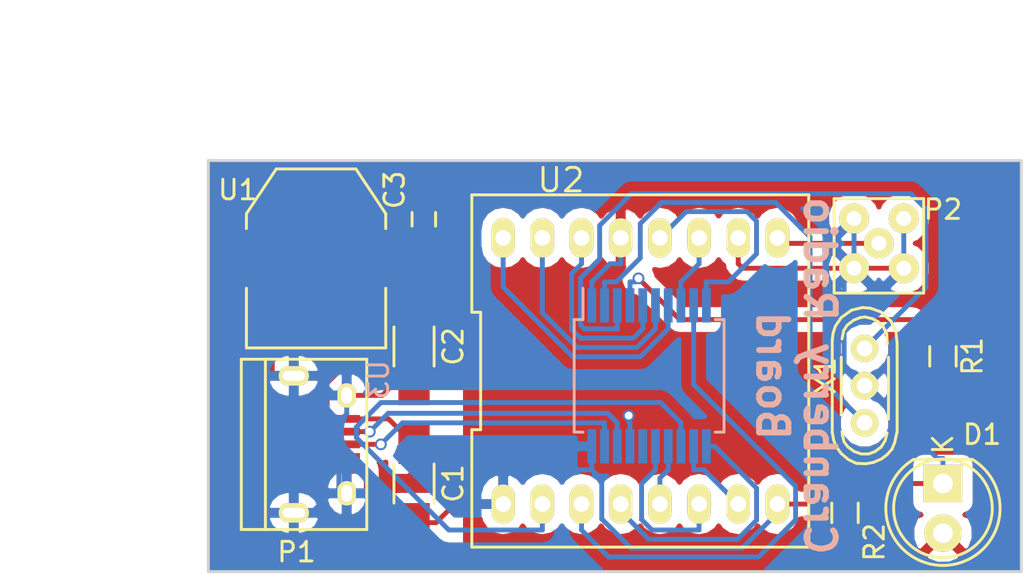
<source format=kicad_pcb>
(kicad_pcb (version 4) (host pcbnew 4.0.1-stable)

  (general
    (links 45)
    (no_connects 0)
    (area 17.129762 62.735 60.912 84.225392)
    (thickness 1.6)
    (drawings 7)
    (tracks 200)
    (zones 0)
    (modules 12)
    (nets 24)
  )

  (page A4)
  (layers
    (0 F.Cu signal)
    (31 B.Cu signal)
    (32 B.Adhes user)
    (33 F.Adhes user)
    (34 B.Paste user)
    (35 F.Paste user)
    (36 B.SilkS user)
    (37 F.SilkS user)
    (38 B.Mask user)
    (39 F.Mask user)
    (40 Dwgs.User user)
    (41 Cmts.User user)
    (42 Eco1.User user hide)
    (43 Eco2.User user hide)
    (44 Edge.Cuts user)
    (45 Margin user hide)
    (46 B.CrtYd user hide)
    (47 F.CrtYd user)
    (48 B.Fab user hide)
    (49 F.Fab user hide)
  )

  (setup
    (last_trace_width 0.25)
    (trace_clearance 0.2)
    (zone_clearance 0.508)
    (zone_45_only yes)
    (trace_min 0.2)
    (segment_width 0.2)
    (edge_width 0.15)
    (via_size 0.6)
    (via_drill 0.4)
    (via_min_size 0.4)
    (via_min_drill 0.3)
    (uvia_size 0.3)
    (uvia_drill 0.1)
    (uvias_allowed no)
    (uvia_min_size 0.2)
    (uvia_min_drill 0.1)
    (pcb_text_width 0.3)
    (pcb_text_size 1.5 1.5)
    (mod_edge_width 0.15)
    (mod_text_size 1 1)
    (mod_text_width 0.15)
    (pad_size 1.75 0.45)
    (pad_drill 0)
    (pad_to_mask_clearance 0.2)
    (aux_axis_origin 0 0)
    (visible_elements 7FFFFFFF)
    (pcbplotparams
      (layerselection 0x00030_80000001)
      (usegerberextensions false)
      (excludeedgelayer true)
      (linewidth 0.100000)
      (plotframeref false)
      (viasonmask false)
      (mode 1)
      (useauxorigin false)
      (hpglpennumber 1)
      (hpglpenspeed 20)
      (hpglpendiameter 15)
      (hpglpenoverlay 2)
      (psnegative false)
      (psa4output false)
      (plotreference true)
      (plotvalue true)
      (plotinvisibletext false)
      (padsonsilk false)
      (subtractmaskfromsilk false)
      (outputformat 1)
      (mirror false)
      (drillshape 1)
      (scaleselection 1)
      (outputdirectory ""))
  )

  (net 0 "")
  (net 1 +5V)
  (net 2 Earth)
  (net 3 +3V3)
  (net 4 /USB_D-)
  (net 5 /USB_D+)
  (net 6 "Net-(P1-Pad4)")
  (net 7 "Net-(P2-Pad1)")
  (net 8 "Net-(R1-Pad2)")
  (net 9 /IO2)
  (net 10 /IO1)
  (net 11 /MISO)
  (net 12 /IO0)
  (net 13 /MOSI)
  (net 14 /SCK)
  (net 15 /IO4)
  (net 16 /SS_0)
  (net 17 /IO3)
  (net 18 /RFM_RST)
  (net 19 /IO5)
  (net 20 "Net-(U3-Pad2)")
  (net 21 "Net-(U3-Pad3)")
  (net 22 "Net-(U3-Pad16)")
  (net 23 "Net-(D1-Pad1)")

  (net_class Default "This is the default net class."
    (clearance 0.2)
    (trace_width 0.25)
    (via_dia 0.6)
    (via_drill 0.4)
    (uvia_dia 0.3)
    (uvia_drill 0.1)
    (add_net +3V3)
    (add_net +5V)
    (add_net /IO0)
    (add_net /IO1)
    (add_net /IO2)
    (add_net /IO3)
    (add_net /IO4)
    (add_net /IO5)
    (add_net /MISO)
    (add_net /MOSI)
    (add_net /RFM_RST)
    (add_net /SCK)
    (add_net /SS_0)
    (add_net /USB_D+)
    (add_net /USB_D-)
    (add_net Earth)
    (add_net "Net-(D1-Pad1)")
    (add_net "Net-(P1-Pad4)")
    (add_net "Net-(P2-Pad1)")
    (add_net "Net-(R1-Pad2)")
    (add_net "Net-(U3-Pad16)")
    (add_net "Net-(U3-Pad2)")
    (add_net "Net-(U3-Pad3)")
  )

  (module Libraries:RFM_Module (layer F.Cu) (tedit 57D4A24F) (tstamp 57ACFCC3)
    (at 40.55 73.75)
    (path /579EA361)
    (fp_text reference U2 (at -4.05 -9.75 180) (layer F.SilkS)
      (effects (font (size 1.2 1.2) (thickness 0.15)))
    )
    (fp_text value RFM69HCW (at 0 0) (layer F.Fab)
      (effects (font (size 1.2 1.2) (thickness 0.15)))
    )
    (fp_line (start -8.6 9) (end 8.6 9) (layer F.SilkS) (width 0.15))
    (fp_line (start 8.6 9) (end 8.6 -9) (layer F.SilkS) (width 0.15))
    (fp_line (start 8.6 -9) (end -8.6 -9) (layer F.SilkS) (width 0.15))
    (fp_line (start -8.6 -9) (end -8.6 -3) (layer F.SilkS) (width 0.15))
    (fp_line (start -8.6 -3) (end -8.15 -3) (layer F.SilkS) (width 0.15))
    (fp_line (start -8.15 -3) (end -8.15 2.999999) (layer F.SilkS) (width 0.15))
    (fp_line (start -8.15 2.999999) (end -8.6 2.999999) (layer F.SilkS) (width 0.15))
    (fp_line (start -8.6 2.999999) (end -8.6 9) (layer F.SilkS) (width 0.15))
    (pad 16 thru_hole oval (at -7 -6.8) (size 1.2 2) (drill 0.8) (layers *.Cu *.Mask F.SilkS)
      (net 9 /IO2))
    (pad 1 thru_hole oval (at -7 6.8) (size 1.2 2) (drill 0.8) (layers *.Cu *.Mask F.SilkS)
      (net 2 Earth))
    (pad 15 thru_hole oval (at -5 -6.8) (size 1.2 2) (drill 0.8) (layers *.Cu *.Mask F.SilkS)
      (net 10 /IO1))
    (pad 2 thru_hole oval (at -5 6.8) (size 1.2 2) (drill 0.8) (layers *.Cu *.Mask F.SilkS)
      (net 11 /MISO))
    (pad 14 thru_hole oval (at -3 -6.8) (size 1.2 2) (drill 0.8) (layers *.Cu *.Mask F.SilkS)
      (net 12 /IO0))
    (pad 3 thru_hole oval (at -3 6.8) (size 1.2 2) (drill 0.8) (layers *.Cu *.Mask F.SilkS)
      (net 13 /MOSI))
    (pad 13 thru_hole oval (at -1 -6.8) (size 1.2 2) (drill 0.8) (layers *.Cu *.Mask F.SilkS)
      (net 3 +3V3))
    (pad 4 thru_hole oval (at -1 6.8) (size 1.2 2) (drill 0.8) (layers *.Cu *.Mask F.SilkS)
      (net 14 /SCK))
    (pad 12 thru_hole oval (at 1 -6.8) (size 1.2 2) (drill 0.8) (layers *.Cu *.Mask F.SilkS)
      (net 15 /IO4))
    (pad 5 thru_hole oval (at 1 6.8) (size 1.2 2) (drill 0.8) (layers *.Cu *.Mask F.SilkS)
      (net 16 /SS_0))
    (pad 11 thru_hole oval (at 3 -6.8) (size 1.2 2) (drill 0.8) (layers *.Cu *.Mask F.SilkS)
      (net 17 /IO3))
    (pad 6 thru_hole oval (at 3 6.8) (size 1.2 2) (drill 0.8) (layers *.Cu *.Mask F.SilkS)
      (net 18 /RFM_RST))
    (pad 10 thru_hole oval (at 5 -6.8) (size 1.2 2) (drill 0.8) (layers *.Cu *.Mask F.SilkS)
      (net 2 Earth))
    (pad 7 thru_hole oval (at 5 6.8) (size 1.2 2) (drill 0.8) (layers *.Cu *.Mask F.SilkS)
      (net 19 /IO5))
    (pad 9 thru_hole oval (at 7 -6.8) (size 1.2 2) (drill 0.8) (layers *.Cu *.Mask F.SilkS)
      (net 7 "Net-(P2-Pad1)"))
    (pad 8 thru_hole oval (at 7 6.8) (size 1.2 2) (drill 0.8) (layers *.Cu *.Mask F.SilkS)
      (net 2 Earth))
  )

  (module Capacitors_SMD:C_1206_HandSoldering (layer F.Cu) (tedit 57D4A25E) (tstamp 57ACFC73)
    (at 29 79.5 270)
    (descr "Capacitor SMD 1206, hand soldering")
    (tags "capacitor 1206")
    (path /579EBE15)
    (attr smd)
    (fp_text reference C1 (at 0 -2 270) (layer F.SilkS)
      (effects (font (size 1 1) (thickness 0.15)))
    )
    (fp_text value 4.7u (at -3.175 -1.905 270) (layer F.Fab)
      (effects (font (size 1 1) (thickness 0.15)))
    )
    (fp_line (start -3.3 -1.15) (end 3.3 -1.15) (layer F.CrtYd) (width 0.05))
    (fp_line (start -3.3 1.15) (end 3.3 1.15) (layer F.CrtYd) (width 0.05))
    (fp_line (start -3.3 -1.15) (end -3.3 1.15) (layer F.CrtYd) (width 0.05))
    (fp_line (start 3.3 -1.15) (end 3.3 1.15) (layer F.CrtYd) (width 0.05))
    (fp_line (start 1 -1.025) (end -1 -1.025) (layer F.SilkS) (width 0.15))
    (fp_line (start -1 1.025) (end 1 1.025) (layer F.SilkS) (width 0.15))
    (pad 1 smd rect (at -2 0 270) (size 2 1.6) (layers F.Cu F.Paste F.Mask)
      (net 1 +5V))
    (pad 2 smd rect (at 2 0 270) (size 2 1.6) (layers F.Cu F.Paste F.Mask)
      (net 2 Earth))
    (model Capacitors_SMD.3dshapes/C_1206_HandSoldering.wrl
      (at (xyz 0 0 0))
      (scale (xyz 1 1 1))
      (rotate (xyz 0 0 0))
    )
  )

  (module Capacitors_SMD:C_1206_HandSoldering (layer F.Cu) (tedit 57D4A25A) (tstamp 57ACFC79)
    (at 29 72.5 270)
    (descr "Capacitor SMD 1206, hand soldering")
    (tags "capacitor 1206")
    (path /579EBE81)
    (attr smd)
    (fp_text reference C2 (at 0 -2 450) (layer F.SilkS)
      (effects (font (size 1 1) (thickness 0.15)))
    )
    (fp_text value 4.7u (at -3.175 -1.905 270) (layer F.Fab)
      (effects (font (size 1 1) (thickness 0.15)))
    )
    (fp_line (start -3.3 -1.15) (end 3.3 -1.15) (layer F.CrtYd) (width 0.05))
    (fp_line (start -3.3 1.15) (end 3.3 1.15) (layer F.CrtYd) (width 0.05))
    (fp_line (start -3.3 -1.15) (end -3.3 1.15) (layer F.CrtYd) (width 0.05))
    (fp_line (start 3.3 -1.15) (end 3.3 1.15) (layer F.CrtYd) (width 0.05))
    (fp_line (start 1 -1.025) (end -1 -1.025) (layer F.SilkS) (width 0.15))
    (fp_line (start -1 1.025) (end 1 1.025) (layer F.SilkS) (width 0.15))
    (pad 1 smd rect (at -2 0 270) (size 2 1.6) (layers F.Cu F.Paste F.Mask)
      (net 3 +3V3))
    (pad 2 smd rect (at 2 0 270) (size 2 1.6) (layers F.Cu F.Paste F.Mask)
      (net 2 Earth))
    (model Capacitors_SMD.3dshapes/C_1206_HandSoldering.wrl
      (at (xyz 0 0 0))
      (scale (xyz 1 1 1))
      (rotate (xyz 0 0 0))
    )
  )

  (module Capacitors_SMD:C_0603_HandSoldering (layer F.Cu) (tedit 57D4A23C) (tstamp 57ACFC7F)
    (at 29.5 66 90)
    (descr "Capacitor SMD 0603, hand soldering")
    (tags "capacitor 0603")
    (path /579EC106)
    (attr smd)
    (fp_text reference C3 (at 1.5 -1.5 90) (layer F.SilkS)
      (effects (font (size 1 1) (thickness 0.15)))
    )
    (fp_text value 10n (at 0 1.9 90) (layer F.Fab)
      (effects (font (size 1 1) (thickness 0.15)))
    )
    (fp_line (start -1.85 -0.75) (end 1.85 -0.75) (layer F.CrtYd) (width 0.05))
    (fp_line (start -1.85 0.75) (end 1.85 0.75) (layer F.CrtYd) (width 0.05))
    (fp_line (start -1.85 -0.75) (end -1.85 0.75) (layer F.CrtYd) (width 0.05))
    (fp_line (start 1.85 -0.75) (end 1.85 0.75) (layer F.CrtYd) (width 0.05))
    (fp_line (start -0.35 -0.6) (end 0.35 -0.6) (layer F.SilkS) (width 0.15))
    (fp_line (start 0.35 0.6) (end -0.35 0.6) (layer F.SilkS) (width 0.15))
    (pad 1 smd rect (at -0.95 0 90) (size 1.2 0.75) (layers F.Cu F.Paste F.Mask)
      (net 3 +3V3))
    (pad 2 smd rect (at 0.95 0 90) (size 1.2 0.75) (layers F.Cu F.Paste F.Mask)
      (net 2 Earth))
    (model Capacitors_SMD.3dshapes/C_0603_HandSoldering.wrl
      (at (xyz 0 0 0))
      (scale (xyz 1 1 1))
      (rotate (xyz 0 0 0))
    )
  )

  (module LEDs:LED-5MM (layer F.Cu) (tedit 57D4A1FF) (tstamp 57ACFC85)
    (at 56 79.5 270)
    (descr "LED 5mm round vertical")
    (tags "LED 5mm round vertical")
    (path /57AD5307)
    (fp_text reference D1 (at -2.5 -2 360) (layer F.SilkS)
      (effects (font (size 1 1) (thickness 0.15)))
    )
    (fp_text value LED (at 1.524 -3.937 270) (layer F.Fab)
      (effects (font (size 1 1) (thickness 0.15)))
    )
    (fp_line (start -1.5 -1.55) (end -1.5 1.55) (layer F.CrtYd) (width 0.05))
    (fp_arc (start 1.3 0) (end -1.5 1.55) (angle -302) (layer F.CrtYd) (width 0.05))
    (fp_arc (start 1.27 0) (end -1.23 -1.5) (angle 297.5) (layer F.SilkS) (width 0.15))
    (fp_line (start -1.23 1.5) (end -1.23 -1.5) (layer F.SilkS) (width 0.15))
    (fp_circle (center 1.27 0) (end 0.97 -2.5) (layer F.SilkS) (width 0.15))
    (fp_text user K (at -2 0 270) (layer F.SilkS)
      (effects (font (size 1 1) (thickness 0.15)))
    )
    (pad 1 thru_hole rect (at 0 0) (size 2 1.9) (drill 1.00076) (layers *.Cu *.Mask F.SilkS)
      (net 23 "Net-(D1-Pad1)"))
    (pad 2 thru_hole circle (at 2.54 0 270) (size 1.9 1.9) (drill 1.00076) (layers *.Cu *.Mask F.SilkS)
      (net 3 +3V3))
    (model LEDs.3dshapes/LED-5MM.wrl
      (at (xyz 0.05 0 0))
      (scale (xyz 1 1 1))
      (rotate (xyz 0 0 90))
    )
  )

  (module Connect:USB_Micro-B (layer F.Cu) (tedit 57D4A267) (tstamp 57ACFC92)
    (at 24 77.5 270)
    (descr "Micro USB Type B Receptacle")
    (tags "USB USB_B USB_micro USB_OTG")
    (path /579E91CF)
    (attr smd)
    (fp_text reference P1 (at 5.5 1 360) (layer F.SilkS)
      (effects (font (size 1 1) (thickness 0.15)))
    )
    (fp_text value USB_OTG (at 0 4.8 270) (layer F.Fab)
      (effects (font (size 1 1) (thickness 0.15)))
    )
    (fp_line (start -4.6 -2.8) (end 4.6 -2.8) (layer F.CrtYd) (width 0.05))
    (fp_line (start 4.6 -2.8) (end 4.6 4.05) (layer F.CrtYd) (width 0.05))
    (fp_line (start 4.6 4.05) (end -4.6 4.05) (layer F.CrtYd) (width 0.05))
    (fp_line (start -4.6 4.05) (end -4.6 -2.8) (layer F.CrtYd) (width 0.05))
    (fp_line (start -4.3509 3.81746) (end 4.3491 3.81746) (layer F.SilkS) (width 0.15))
    (fp_line (start -4.3509 -2.58754) (end 4.3491 -2.58754) (layer F.SilkS) (width 0.15))
    (fp_line (start 4.3491 -2.58754) (end 4.3491 3.81746) (layer F.SilkS) (width 0.15))
    (fp_line (start 4.3491 2.58746) (end -4.3509 2.58746) (layer F.SilkS) (width 0.15))
    (fp_line (start -4.3509 3.81746) (end -4.3509 -2.58754) (layer F.SilkS) (width 0.15))
    (pad 1 smd rect (at -1.3009 -1.56254) (size 1.35 0.4) (layers F.Cu F.Paste F.Mask)
      (net 1 +5V))
    (pad 2 smd rect (at -0.6509 -1.56254) (size 1.35 0.4) (layers F.Cu F.Paste F.Mask)
      (net 4 /USB_D-))
    (pad 3 smd rect (at -0.0009 -1.56254) (size 1.35 0.4) (layers F.Cu F.Paste F.Mask)
      (net 5 /USB_D+))
    (pad 4 smd rect (at 0.6491 -1.56254) (size 1.35 0.4) (layers F.Cu F.Paste F.Mask)
      (net 6 "Net-(P1-Pad4)"))
    (pad 5 smd rect (at 1.2991 -1.56254) (size 1.35 0.4) (layers F.Cu F.Paste F.Mask)
      (net 2 Earth))
    (pad 6 thru_hole oval (at -2.5009 -1.56254) (size 0.95 1.25) (drill oval 0.55 0.85) (layers *.Cu *.Mask F.SilkS)
      (net 2 Earth))
    (pad 6 thru_hole oval (at 2.4991 -1.56254) (size 0.95 1.25) (drill oval 0.55 0.85) (layers *.Cu *.Mask F.SilkS)
      (net 2 Earth))
    (pad 6 thru_hole oval (at -3.5009 1.13746) (size 1.55 1) (drill oval 1.15 0.5) (layers *.Cu *.Mask F.SilkS)
      (net 2 Earth))
    (pad 6 thru_hole oval (at 3.4991 1.13746) (size 1.55 1) (drill oval 1.15 0.5) (layers *.Cu *.Mask F.SilkS)
      (net 2 Earth))
  )

  (module Libraries:RP-SMA (layer F.Cu) (tedit 57D4A21F) (tstamp 57ACFC9B)
    (at 54 68.5 180)
    (path /579EBBFE)
    (fp_text reference P2 (at -2 3 180) (layer F.SilkS)
      (effects (font (size 1 1) (thickness 0.15)))
    )
    (fp_text value SMA (at 0 -0.5 180) (layer F.Fab)
      (effects (font (size 1 1) (thickness 0.15)))
    )
    (fp_line (start -1.016 -1.27) (end 3.556 -1.27) (layer F.SilkS) (width 0.15))
    (fp_line (start 3.556 -1.27) (end 3.556 3.556) (layer F.SilkS) (width 0.15))
    (fp_line (start 3.556 3.556) (end -1.016 3.556) (layer F.SilkS) (width 0.15))
    (fp_line (start -1.016 3.556) (end -1.016 -1.27) (layer F.SilkS) (width 0.15))
    (pad 2 thru_hole circle (at 0 0 180) (size 1.524 1.524) (drill 0.762) (layers *.Cu *.Mask F.SilkS)
      (net 2 Earth))
    (pad 2 thru_hole circle (at 2.54 0 180) (size 1.524 1.524) (drill 0.762) (layers *.Cu *.Mask F.SilkS)
      (net 2 Earth))
    (pad 2 thru_hole circle (at 2.54 2.54 180) (size 1.524 1.524) (drill 0.762) (layers *.Cu *.Mask F.SilkS)
      (net 2 Earth))
    (pad 2 thru_hole circle (at 0 2.54 180) (size 1.524 1.524) (drill 0.762) (layers *.Cu *.Mask F.SilkS)
      (net 2 Earth))
    (pad 1 thru_hole circle (at 1.27 1.27 180) (size 1.524 1.524) (drill 0.762) (layers *.Cu *.Mask F.SilkS)
      (net 7 "Net-(P2-Pad1)"))
  )

  (module Resistors_SMD:R_0603_HandSoldering (layer F.Cu) (tedit 57D4A202) (tstamp 57ACFCA1)
    (at 56 73 90)
    (descr "Resistor SMD 0603, hand soldering")
    (tags "resistor 0603")
    (path /579E9ABF)
    (attr smd)
    (fp_text reference R1 (at 0 1.5 90) (layer F.SilkS)
      (effects (font (size 1 1) (thickness 0.15)))
    )
    (fp_text value 390 (at 0 1.9 90) (layer F.Fab)
      (effects (font (size 1 1) (thickness 0.15)))
    )
    (fp_line (start -2 -0.8) (end 2 -0.8) (layer F.CrtYd) (width 0.05))
    (fp_line (start -2 0.8) (end 2 0.8) (layer F.CrtYd) (width 0.05))
    (fp_line (start -2 -0.8) (end -2 0.8) (layer F.CrtYd) (width 0.05))
    (fp_line (start 2 -0.8) (end 2 0.8) (layer F.CrtYd) (width 0.05))
    (fp_line (start 0.5 0.675) (end -0.5 0.675) (layer F.SilkS) (width 0.15))
    (fp_line (start -0.5 -0.675) (end 0.5 -0.675) (layer F.SilkS) (width 0.15))
    (pad 1 smd rect (at -1.1 0 90) (size 1.2 0.9) (layers F.Cu F.Paste F.Mask)
      (net 3 +3V3))
    (pad 2 smd rect (at 1.1 0 90) (size 1.2 0.9) (layers F.Cu F.Paste F.Mask)
      (net 8 "Net-(R1-Pad2)"))
    (model Resistors_SMD.3dshapes/R_0603_HandSoldering.wrl
      (at (xyz 0 0 0))
      (scale (xyz 1 1 1))
      (rotate (xyz 0 0 0))
    )
  )

  (module Resistors_SMD:R_0603_HandSoldering (layer F.Cu) (tedit 57D4A1FB) (tstamp 57ACFCA7)
    (at 51 81 270)
    (descr "Resistor SMD 0603, hand soldering")
    (tags "resistor 0603")
    (path /57AD52A2)
    (attr smd)
    (fp_text reference R2 (at 1.5 -1.5 270) (layer F.SilkS)
      (effects (font (size 1 1) (thickness 0.15)))
    )
    (fp_text value 33 (at 0 1.9 270) (layer F.Fab)
      (effects (font (size 1 1) (thickness 0.15)))
    )
    (fp_line (start -2 -0.8) (end 2 -0.8) (layer F.CrtYd) (width 0.05))
    (fp_line (start -2 0.8) (end 2 0.8) (layer F.CrtYd) (width 0.05))
    (fp_line (start -2 -0.8) (end -2 0.8) (layer F.CrtYd) (width 0.05))
    (fp_line (start 2 -0.8) (end 2 0.8) (layer F.CrtYd) (width 0.05))
    (fp_line (start 0.5 0.675) (end -0.5 0.675) (layer F.SilkS) (width 0.15))
    (fp_line (start -0.5 -0.675) (end 0.5 -0.675) (layer F.SilkS) (width 0.15))
    (pad 1 smd rect (at -1.1 0 270) (size 1.2 0.9) (layers F.Cu F.Paste F.Mask)
      (net 23 "Net-(D1-Pad1)"))
    (pad 2 smd rect (at 1.1 0 270) (size 1.2 0.9) (layers F.Cu F.Paste F.Mask)
      (net 2 Earth))
    (model Resistors_SMD.3dshapes/R_0603_HandSoldering.wrl
      (at (xyz 0 0 0))
      (scale (xyz 1 1 1))
      (rotate (xyz 0 0 0))
    )
  )

  (module TO_SOT_Packages_SMD:SOT-223 (layer F.Cu) (tedit 57D4A23A) (tstamp 57ACFCAF)
    (at 24 68)
    (descr "module CMS SOT223 4 pins")
    (tags "CMS SOT")
    (path /579E932F)
    (attr smd)
    (fp_text reference U1 (at -4 -3.5) (layer F.SilkS)
      (effects (font (size 1 1) (thickness 0.15)))
    )
    (fp_text value NCP1117ST33T3G (at 0 0.762) (layer F.Fab)
      (effects (font (size 1 1) (thickness 0.15)))
    )
    (fp_line (start -3.556 1.524) (end -3.556 4.572) (layer F.SilkS) (width 0.15))
    (fp_line (start -3.556 4.572) (end 3.556 4.572) (layer F.SilkS) (width 0.15))
    (fp_line (start 3.556 4.572) (end 3.556 1.524) (layer F.SilkS) (width 0.15))
    (fp_line (start -3.556 -1.524) (end -3.556 -2.286) (layer F.SilkS) (width 0.15))
    (fp_line (start -3.556 -2.286) (end -2.032 -4.572) (layer F.SilkS) (width 0.15))
    (fp_line (start -2.032 -4.572) (end 2.032 -4.572) (layer F.SilkS) (width 0.15))
    (fp_line (start 2.032 -4.572) (end 3.556 -2.286) (layer F.SilkS) (width 0.15))
    (fp_line (start 3.556 -2.286) (end 3.556 -1.524) (layer F.SilkS) (width 0.15))
    (pad 4 smd rect (at 0 -3.302) (size 3.6576 2.032) (layers F.Cu F.Paste F.Mask))
    (pad 2 smd rect (at 0 3.302) (size 1.016 2.032) (layers F.Cu F.Paste F.Mask)
      (net 3 +3V3))
    (pad 3 smd rect (at 2.286 3.302) (size 1.016 2.032) (layers F.Cu F.Paste F.Mask)
      (net 1 +5V))
    (pad 1 smd rect (at -2.286 3.302) (size 1.016 2.032) (layers F.Cu F.Paste F.Mask)
      (net 2 Earth))
    (model TO_SOT_Packages_SMD.3dshapes/SOT-223.wrl
      (at (xyz 0 0 0))
      (scale (xyz 0.4 0.4 0.4))
      (rotate (xyz 0 0 0))
    )
  )

  (module Housings_SSOP:SSOP-20_5.3x7.2mm_Pitch0.65mm (layer B.Cu) (tedit 57B3BD41) (tstamp 57ACFCDB)
    (at 41 74 270)
    (descr "20-Lead Plastic Shrink Small Outline (SS)-5.30 mm Body [SSOP] (see Microchip Packaging Specification 00000049BS.pdf)")
    (tags "SSOP 0.65")
    (path /579E9429)
    (attr smd)
    (fp_text reference U3 (at 0.2 13.8 270) (layer B.SilkS)
      (effects (font (size 1 1) (thickness 0.15)) (justify mirror))
    )
    (fp_text value MCP2210 (at 0 -4.75 270) (layer B.Fab)
      (effects (font (size 1 1) (thickness 0.15)) (justify mirror))
    )
    (fp_line (start -4.75 4) (end -4.75 -4) (layer B.CrtYd) (width 0.05))
    (fp_line (start 4.75 4) (end 4.75 -4) (layer B.CrtYd) (width 0.05))
    (fp_line (start -4.75 4) (end 4.75 4) (layer B.CrtYd) (width 0.05))
    (fp_line (start -4.75 -4) (end 4.75 -4) (layer B.CrtYd) (width 0.05))
    (fp_line (start -2.875 3.825) (end -2.875 3.375) (layer B.SilkS) (width 0.15))
    (fp_line (start 2.875 3.825) (end 2.875 3.375) (layer B.SilkS) (width 0.15))
    (fp_line (start 2.875 -3.825) (end 2.875 -3.375) (layer B.SilkS) (width 0.15))
    (fp_line (start -2.875 -3.825) (end -2.875 -3.375) (layer B.SilkS) (width 0.15))
    (fp_line (start -2.875 3.825) (end 2.875 3.825) (layer B.SilkS) (width 0.15))
    (fp_line (start -2.875 -3.825) (end 2.875 -3.825) (layer B.SilkS) (width 0.15))
    (fp_line (start -2.875 3.375) (end -4.475 3.375) (layer B.SilkS) (width 0.15))
    (pad 1 smd rect (at -3.6 2.925 270) (size 1.75 0.45) (layers B.Cu B.Paste B.Mask)
      (net 3 +3V3))
    (pad 2 smd rect (at -3.6 2.275 270) (size 1.75 0.45) (layers B.Cu B.Paste B.Mask)
      (net 20 "Net-(U3-Pad2)"))
    (pad 3 smd rect (at -3.6 1.625 270) (size 1.75 0.45) (layers B.Cu B.Paste B.Mask)
      (net 21 "Net-(U3-Pad3)"))
    (pad 4 smd rect (at -3.6 0.975 270) (size 1.75 0.45) (layers B.Cu B.Paste B.Mask)
      (net 8 "Net-(R1-Pad2)"))
    (pad 5 smd rect (at -3.6 0.325 270) (size 1.75 0.45) (layers B.Cu B.Paste B.Mask)
      (net 12 /IO0))
    (pad 6 smd rect (at -3.6 -0.325 270) (size 1.75 0.45) (layers B.Cu B.Paste B.Mask)
      (net 10 /IO1))
    (pad 7 smd rect (at -3.6 -0.975 270) (size 1.75 0.45) (layers B.Cu B.Paste B.Mask)
      (net 9 /IO2))
    (pad 8 smd rect (at -3.6 -1.625 270) (size 1.75 0.45) (layers B.Cu B.Paste B.Mask)
      (net 17 /IO3))
    (pad 9 smd rect (at -3.6 -2.275 270) (size 1.75 0.45) (layers B.Cu B.Paste B.Mask)
      (net 13 /MOSI))
    (pad 10 smd rect (at -3.6 -2.925 270) (size 1.75 0.45) (layers B.Cu B.Paste B.Mask)
      (net 15 /IO4))
    (pad 11 smd rect (at 3.6 -2.925 270) (size 1.75 0.45) (layers B.Cu B.Paste B.Mask)
      (net 14 /SCK))
    (pad 12 smd rect (at 3.6 -2.275 270) (size 1.75 0.45) (layers B.Cu B.Paste B.Mask)
      (net 19 /IO5))
    (pad 13 smd rect (at 3.6 -1.625 270) (size 1.75 0.45) (layers B.Cu B.Paste B.Mask)
      (net 11 /MISO))
    (pad 14 smd rect (at 3.6 -0.975 270) (size 1.75 0.45) (layers B.Cu B.Paste B.Mask)
      (net 16 /SS_0))
    (pad 15 smd rect (at 3.6 -0.325 270) (size 1.75 0.45) (layers B.Cu B.Paste B.Mask)
      (net 18 /RFM_RST))
    (pad 16 smd rect (at 3.6 0.325 270) (size 1.75 0.45) (layers B.Cu B.Paste B.Mask)
      (net 22 "Net-(U3-Pad16)"))
    (pad 17 smd rect (at 3.6 0.975 270) (size 1.75 0.45) (layers B.Cu B.Paste B.Mask)
      (net 3 +3V3))
    (pad 18 smd rect (at 3.6 1.625 270) (size 1.75 0.45) (layers B.Cu B.Paste B.Mask)
      (net 4 /USB_D-))
    (pad 19 smd rect (at 3.6 2.275 270) (size 1.75 0.45) (layers B.Cu B.Paste B.Mask)
      (net 5 /USB_D+))
    (pad 20 smd rect (at 3.6 2.925 270) (size 1.75 0.45) (layers B.Cu B.Paste B.Mask)
      (net 2 Earth))
    (model Housings_SSOP.3dshapes/SSOP-20_5.3x7.2mm_Pitch0.65mm.wrl
      (at (xyz 0 0 0))
      (scale (xyz 1 1 1))
      (rotate (xyz 0 0 0))
    )
  )

  (module Crystals:Crystal_HC52-U_Vertical_3Pin (layer F.Cu) (tedit 57D4A208) (tstamp 57ACFCE2)
    (at 52 74.5 90)
    (descr "Crystal, Quarz, HC52/U, vertical, stehend, 3 Pin,")
    (tags "Crystal Quarz HC52/U vertical stehend 3 Pin")
    (path /579E9D72)
    (fp_text reference X1 (at 0.5 -2 90) (layer F.SilkS)
      (effects (font (size 1 1) (thickness 0.15)))
    )
    (fp_text value 12MHz (at 0 3.81 90) (layer F.Fab)
      (effects (font (size 1 1) (thickness 0.15)))
    )
    (fp_line (start 1.4605 -1.19126) (end -1.50114 -1.19126) (layer F.SilkS) (width 0.15))
    (fp_line (start 2.21996 1.66116) (end -2.41046 1.66116) (layer F.SilkS) (width 0.15))
    (fp_line (start -1.69926 1.2192) (end 1.45034 1.2192) (layer F.SilkS) (width 0.15))
    (fp_line (start 2.39014 -1.15062) (end 2.80924 -1.06934) (layer F.SilkS) (width 0.15))
    (fp_line (start 2.80924 -1.06934) (end 3.09118 -0.889) (layer F.SilkS) (width 0.15))
    (fp_line (start 3.09118 -0.889) (end 3.35026 -0.55118) (layer F.SilkS) (width 0.15))
    (fp_line (start 3.35026 -0.55118) (end 3.4798 -0.22098) (layer F.SilkS) (width 0.15))
    (fp_line (start 3.4798 -0.22098) (end 3.51028 0.02032) (layer F.SilkS) (width 0.15))
    (fp_line (start 3.51028 0.02032) (end 3.41884 0.40894) (layer F.SilkS) (width 0.15))
    (fp_line (start 3.41884 0.40894) (end 3.25882 0.70104) (layer F.SilkS) (width 0.15))
    (fp_line (start 3.25882 0.70104) (end 2.98958 0.96012) (layer F.SilkS) (width 0.15))
    (fp_line (start 2.98958 0.96012) (end 2.63906 1.1303) (layer F.SilkS) (width 0.15))
    (fp_line (start 2.63906 1.1303) (end 2.14884 1.16078) (layer F.SilkS) (width 0.15))
    (fp_line (start -2.41046 1.15062) (end -2.80924 1.04902) (layer F.SilkS) (width 0.15))
    (fp_line (start -2.80924 1.04902) (end -3.13944 0.84074) (layer F.SilkS) (width 0.15))
    (fp_line (start -3.13944 0.84074) (end -3.36042 0.54102) (layer F.SilkS) (width 0.15))
    (fp_line (start -3.36042 0.54102) (end -3.48996 0.21082) (layer F.SilkS) (width 0.15))
    (fp_line (start -3.48996 0.21082) (end -3.48996 -0.17018) (layer F.SilkS) (width 0.15))
    (fp_line (start -3.48996 -0.17018) (end -3.36042 -0.54102) (layer F.SilkS) (width 0.15))
    (fp_line (start -3.36042 -0.54102) (end -3.12928 -0.8509) (layer F.SilkS) (width 0.15))
    (fp_line (start -3.12928 -0.8509) (end -2.8702 -1.04902) (layer F.SilkS) (width 0.15))
    (fp_line (start -2.8702 -1.04902) (end -2.54 -1.1303) (layer F.SilkS) (width 0.15))
    (fp_line (start -2.54 -1.1303) (end -2.32918 -1.15062) (layer F.SilkS) (width 0.15))
    (fp_line (start -2.39014 -1.651) (end 2.32918 -1.651) (layer F.SilkS) (width 0.15))
    (fp_line (start 2.32918 -1.651) (end 2.66954 -1.61036) (layer F.SilkS) (width 0.15))
    (fp_line (start 2.66954 -1.61036) (end 3.04038 -1.49098) (layer F.SilkS) (width 0.15))
    (fp_line (start 3.04038 -1.49098) (end 3.4798 -1.19126) (layer F.SilkS) (width 0.15))
    (fp_line (start 3.4798 -1.19126) (end 3.8608 -0.6604) (layer F.SilkS) (width 0.15))
    (fp_line (start 3.8608 -0.6604) (end 3.99034 -0.10922) (layer F.SilkS) (width 0.15))
    (fp_line (start 3.99034 -0.10922) (end 3.95986 0.28956) (layer F.SilkS) (width 0.15))
    (fp_line (start 3.95986 0.28956) (end 3.76936 0.83058) (layer F.SilkS) (width 0.15))
    (fp_line (start 3.76936 0.83058) (end 3.2893 1.34874) (layer F.SilkS) (width 0.15))
    (fp_line (start 3.2893 1.34874) (end 2.77876 1.6002) (layer F.SilkS) (width 0.15))
    (fp_line (start 2.77876 1.6002) (end 2.24028 1.651) (layer F.SilkS) (width 0.15))
    (fp_line (start -2.42062 1.64084) (end -2.90068 1.53924) (layer F.SilkS) (width 0.15))
    (fp_line (start -2.90068 1.53924) (end -3.24104 1.39954) (layer F.SilkS) (width 0.15))
    (fp_line (start -3.24104 1.39954) (end -3.52044 1.15062) (layer F.SilkS) (width 0.15))
    (fp_line (start -3.52044 1.15062) (end -3.73888 0.87122) (layer F.SilkS) (width 0.15))
    (fp_line (start -3.73888 0.87122) (end -3.91922 0.45974) (layer F.SilkS) (width 0.15))
    (fp_line (start -3.91922 0.45974) (end -3.99034 0.07112) (layer F.SilkS) (width 0.15))
    (fp_line (start -3.99034 0.07112) (end -3.97002 -0.4191) (layer F.SilkS) (width 0.15))
    (fp_line (start -3.97002 -0.4191) (end -3.77952 -0.82042) (layer F.SilkS) (width 0.15))
    (fp_line (start -3.77952 -0.82042) (end -3.46964 -1.19126) (layer F.SilkS) (width 0.15))
    (fp_line (start -3.46964 -1.19126) (end -3.11912 -1.45034) (layer F.SilkS) (width 0.15))
    (fp_line (start -3.11912 -1.45034) (end -2.77876 -1.57988) (layer F.SilkS) (width 0.15))
    (fp_line (start -2.77876 -1.57988) (end -2.37998 -1.651) (layer F.SilkS) (width 0.15))
    (pad 1 thru_hole circle (at -1.89992 0 90) (size 1.39954 1.39954) (drill 0.8001) (layers *.Cu *.Mask F.SilkS)
      (net 20 "Net-(U3-Pad2)"))
    (pad 2 thru_hole circle (at 1.89992 0 90) (size 1.39954 1.39954) (drill 0.8001) (layers *.Cu *.Mask F.SilkS)
      (net 21 "Net-(U3-Pad3)"))
    (pad 3 thru_hole circle (at 0 0 90) (size 1.39954 1.39954) (drill 0.8001) (layers *.Cu *.Mask F.SilkS)
      (net 2 Earth))
  )

  (dimension 21 (width 0.3) (layer Cmts.User)
    (gr_text "21.000 mm" (at 14.15 73.5 270) (layer Cmts.User)
      (effects (font (size 1.5 1.5) (thickness 0.3)))
    )
    (feature1 (pts (xy 18.5 84) (xy 12.8 84)))
    (feature2 (pts (xy 18.5 63) (xy 12.8 63)))
    (crossbar (pts (xy 15.5 63) (xy 15.5 84)))
    (arrow1a (pts (xy 15.5 84) (xy 14.913579 82.873496)))
    (arrow1b (pts (xy 15.5 84) (xy 16.086421 82.873496)))
    (arrow2a (pts (xy 15.5 63) (xy 14.913579 64.126504)))
    (arrow2b (pts (xy 15.5 63) (xy 16.086421 64.126504)))
  )
  (dimension 41.5 (width 0.3) (layer Cmts.User)
    (gr_text "41.500 mm" (at 39.25 56.65) (layer Cmts.User)
      (effects (font (size 1.5 1.5) (thickness 0.3)))
    )
    (feature1 (pts (xy 60 63) (xy 60 55.3)))
    (feature2 (pts (xy 18.5 63) (xy 18.5 55.3)))
    (crossbar (pts (xy 18.5 58) (xy 60 58)))
    (arrow1a (pts (xy 60 58) (xy 58.873496 58.586421)))
    (arrow1b (pts (xy 60 58) (xy 58.873496 57.413579)))
    (arrow2a (pts (xy 18.5 58) (xy 19.626504 58.586421)))
    (arrow2b (pts (xy 18.5 58) (xy 19.626504 57.413579)))
  )
  (gr_line (start 18.5 63) (end 18.5 84) (angle 90) (layer Edge.Cuts) (width 0.15))
  (gr_line (start 60 63) (end 18.5 63) (angle 90) (layer Edge.Cuts) (width 0.15))
  (gr_line (start 60 84) (end 60 63) (angle 90) (layer Edge.Cuts) (width 0.15))
  (gr_line (start 18.5 84) (end 60 84) (angle 90) (layer Edge.Cuts) (width 0.15))
  (gr_text "Cranberry Radio\nBoard" (at 48.5 74 270) (layer B.SilkS)
    (effects (font (size 1.5 1.5) (thickness 0.3)) (justify mirror))
  )

  (segment (start 27.6991 76.1991) (end 29 77.5) (width 0.25) (layer F.Cu) (net 1))
  (segment (start 25.5625 76.1991) (end 27.6991 76.1991) (width 0.25) (layer F.Cu) (net 1))
  (segment (start 24.5622 74.3671) (end 24.5622 76.1991) (width 0.25) (layer F.Cu) (net 1))
  (segment (start 26.286 72.6433) (end 24.5622 74.3671) (width 0.25) (layer F.Cu) (net 1))
  (segment (start 26.286 71.302) (end 26.286 72.6433) (width 0.25) (layer F.Cu) (net 1))
  (segment (start 25.5625 76.1991) (end 24.5622 76.1991) (width 0.25) (layer F.Cu) (net 1))
  (segment (start 47.55 80.55) (end 49.45 80.55) (width 0.25) (layer F.Cu) (net 2))
  (segment (start 49.45 80.55) (end 51 82.1) (width 0.25) (layer F.Cu) (net 2) (tstamp 57D4A151))
  (segment (start 33.9744 78.8003) (end 33.55 79.2247) (width 0.25) (layer B.Cu) (net 2))
  (segment (start 38.075 78.8003) (end 33.9744 78.8003) (width 0.25) (layer B.Cu) (net 2))
  (segment (start 33.55 80.55) (end 33.55 79.2247) (width 0.25) (layer B.Cu) (net 2))
  (segment (start 54 65.96) (end 54 68.5) (width 0.25) (layer B.Cu) (net 2))
  (segment (start 51.46 65.96) (end 51.46 68.5) (width 0.25) (layer B.Cu) (net 2))
  (segment (start 23.9628 80.7985) (end 24.7622 79.9991) (width 0.25) (layer B.Cu) (net 2))
  (segment (start 23.9628 80.9991) (end 23.9628 80.7985) (width 0.25) (layer B.Cu) (net 2))
  (segment (start 22.8625 80.9991) (end 23.9628 80.9991) (width 0.25) (layer B.Cu) (net 2))
  (segment (start 25.5625 78.7991) (end 26.5628 78.7991) (width 0.25) (layer F.Cu) (net 2))
  (segment (start 25.5625 79.9991) (end 25.9627 79.9991) (width 0.25) (layer F.Cu) (net 2))
  (segment (start 26.5628 79.8101) (end 26.5628 78.7991) (width 0.25) (layer F.Cu) (net 2))
  (segment (start 26.3738 79.9991) (end 26.5628 79.8101) (width 0.25) (layer F.Cu) (net 2))
  (segment (start 25.9627 79.9991) (end 26.3738 79.9991) (width 0.25) (layer F.Cu) (net 2))
  (segment (start 26.3738 79.9991) (end 27.8747 81.5) (width 0.25) (layer F.Cu) (net 2))
  (segment (start 28.4374 81.5) (end 27.8747 81.5) (width 0.25) (layer F.Cu) (net 2))
  (segment (start 28.4374 81.5) (end 29 81.5) (width 0.25) (layer F.Cu) (net 2))
  (segment (start 22.8625 73.9991) (end 23.9628 73.9991) (width 0.25) (layer B.Cu) (net 2))
  (segment (start 24.7622 74.7985) (end 23.9628 73.9991) (width 0.25) (layer B.Cu) (net 2))
  (segment (start 24.7622 74.9991) (end 24.7622 74.7985) (width 0.25) (layer B.Cu) (net 2))
  (segment (start 25.5625 74.9991) (end 24.7622 74.9991) (width 0.25) (layer B.Cu) (net 2))
  (segment (start 25.5625 79.9991) (end 25.1624 79.9991) (width 0.25) (layer B.Cu) (net 2))
  (segment (start 25.1624 79.9991) (end 24.7622 79.9991) (width 0.25) (layer B.Cu) (net 2))
  (segment (start 25.1624 76.3495) (end 25.5625 75.9494) (width 0.25) (layer B.Cu) (net 2))
  (segment (start 25.1624 79.9991) (end 25.1624 76.3495) (width 0.25) (layer B.Cu) (net 2))
  (segment (start 25.5625 74.9991) (end 25.5625 75.9494) (width 0.25) (layer B.Cu) (net 2))
  (segment (start 27.3756 74.9991) (end 27.8747 74.5) (width 0.25) (layer F.Cu) (net 2))
  (segment (start 25.5625 74.9991) (end 27.3756 74.9991) (width 0.25) (layer F.Cu) (net 2))
  (segment (start 29 74.5) (end 27.8747 74.5) (width 0.25) (layer F.Cu) (net 2))
  (segment (start 50.9563 69.0037) (end 51.46 68.5) (width 0.25) (layer B.Cu) (net 2))
  (segment (start 50.9563 73.4563) (end 50.9563 69.0037) (width 0.25) (layer B.Cu) (net 2))
  (segment (start 52 74.5) (end 50.9563 73.4563) (width 0.25) (layer B.Cu) (net 2))
  (segment (start 55.7247 78.2247) (end 52 74.5) (width 0.25) (layer B.Cu) (net 2))
  (segment (start 56 78.2247) (end 55.7247 78.2247) (width 0.25) (layer B.Cu) (net 2))
  (segment (start 21.7622 72.6915) (end 21.714 72.6433) (width 0.25) (layer F.Cu) (net 2))
  (segment (start 21.7622 73.9991) (end 21.7622 72.6915) (width 0.25) (layer F.Cu) (net 2))
  (segment (start 22.8625 73.9991) (end 21.7622 73.9991) (width 0.25) (layer F.Cu) (net 2))
  (segment (start 21.714 71.302) (end 21.714 72.6433) (width 0.25) (layer F.Cu) (net 2))
  (segment (start 23.0553 69.9607) (end 21.714 69.9607) (width 0.25) (layer F.Cu) (net 2))
  (segment (start 27.966 65.05) (end 23.0553 69.9607) (width 0.25) (layer F.Cu) (net 2))
  (segment (start 29.5 65.05) (end 27.966 65.05) (width 0.25) (layer F.Cu) (net 2))
  (segment (start 21.714 71.302) (end 21.714 69.9607) (width 0.25) (layer F.Cu) (net 2))
  (segment (start 31.0753 80.55) (end 30.1253 81.5) (width 0.25) (layer F.Cu) (net 2))
  (segment (start 33.55 80.55) (end 31.0753 80.55) (width 0.25) (layer F.Cu) (net 2))
  (segment (start 29 81.5) (end 30.1253 81.5) (width 0.25) (layer F.Cu) (net 2))
  (segment (start 54 68.5) (end 51.46 68.5) (width 0.25) (layer F.Cu) (net 2))
  (segment (start 45.7747 68.5) (end 45.55 68.2753) (width 0.25) (layer F.Cu) (net 2))
  (segment (start 51.46 68.5) (end 45.7747 68.5) (width 0.25) (layer F.Cu) (net 2))
  (segment (start 45.55 66.95) (end 45.55 68.2753) (width 0.25) (layer F.Cu) (net 2))
  (segment (start 38.075 77.6) (end 38.075 78.2001) (width 0.25) (layer B.Cu) (net 2))
  (segment (start 38.075 78.2001) (end 38.075 78.8003) (width 0.25) (layer B.Cu) (net 2))
  (segment (start 47.55 81.005) (end 47.55 80.55) (width 0.25) (layer B.Cu) (net 2))
  (segment (start 45.752 82.803) (end 47.55 81.005) (width 0.25) (layer B.Cu) (net 2))
  (segment (start 40.0755 82.803) (end 45.752 82.803) (width 0.25) (layer B.Cu) (net 2))
  (segment (start 38.5824 81.3099) (end 40.0755 82.803) (width 0.25) (layer B.Cu) (net 2))
  (segment (start 38.5824 79.3077) (end 38.5824 81.3099) (width 0.25) (layer B.Cu) (net 2))
  (segment (start 38.075 78.8003) (end 38.5824 79.3077) (width 0.25) (layer B.Cu) (net 2))
  (segment (start 47.8254 80.8254) (end 47.55 80.55) (width 0.25) (layer F.Cu) (net 2))
  (via (at 39.9571 76.0312) (size 0.6) (layers F.Cu B.Cu) (net 3))
  (segment (start 39.55 66.95) (end 39.55 68.2753) (width 0.25) (layer B.Cu) (net 3))
  (segment (start 38.075 70.4) (end 38.075 69.1997) (width 0.25) (layer B.Cu) (net 3))
  (segment (start 38.9994 68.2753) (end 38.075 69.1997) (width 0.25) (layer B.Cu) (net 3))
  (segment (start 39.55 68.2753) (end 38.9994 68.2753) (width 0.25) (layer B.Cu) (net 3))
  (segment (start 39.55 66.95) (end 39.55 68.2753) (width 0.25) (layer F.Cu) (net 3))
  (segment (start 29 70.5) (end 29.5627 70.5) (width 0.25) (layer F.Cu) (net 3))
  (segment (start 29.5627 70.5) (end 30.1253 70.5) (width 0.25) (layer F.Cu) (net 3))
  (segment (start 29.5627 67.938) (end 29.5 67.8753) (width 0.25) (layer F.Cu) (net 3))
  (segment (start 29.5627 70.5) (end 29.5627 67.938) (width 0.25) (layer F.Cu) (net 3))
  (segment (start 29.5 66.95) (end 29.5 67.8753) (width 0.25) (layer F.Cu) (net 3))
  (segment (start 27.3354 69.9607) (end 27.8747 70.5) (width 0.25) (layer F.Cu) (net 3))
  (segment (start 24 69.9607) (end 27.3354 69.9607) (width 0.25) (layer F.Cu) (net 3))
  (segment (start 24 71.302) (end 24 69.9607) (width 0.25) (layer F.Cu) (net 3))
  (segment (start 29 70.5) (end 27.8747 70.5) (width 0.25) (layer F.Cu) (net 3))
  (segment (start 39.9571 76.3318) (end 39.9571 76.0312) (width 0.25) (layer B.Cu) (net 3))
  (segment (start 40.025 76.3997) (end 39.9571 76.3318) (width 0.25) (layer B.Cu) (net 3))
  (segment (start 30.1253 70.5) (end 38.7441 70.5) (width 0.25) (layer F.Cu) (net 3))
  (segment (start 39.1851 68.2753) (end 39.55 68.2753) (width 0.25) (layer F.Cu) (net 3))
  (segment (start 38.7441 68.7163) (end 39.1851 68.2753) (width 0.25) (layer F.Cu) (net 3))
  (segment (start 38.7441 70.5) (end 38.7441 68.7163) (width 0.25) (layer F.Cu) (net 3))
  (segment (start 40.025 77.6) (end 40.025 76.3997) (width 0.25) (layer B.Cu) (net 3))
  (segment (start 39.9571 71.713) (end 38.7441 70.5) (width 0.25) (layer F.Cu) (net 3))
  (segment (start 39.9571 76.0312) (end 39.9571 71.713) (width 0.25) (layer F.Cu) (net 3))
  (segment (start 55.94 82.1) (end 56 82.04) (width 0.25) (layer F.Cu) (net 3))
  (via (at 26.7424 76.8491) (size 0.6) (layers F.Cu B.Cu) (net 4))
  (segment (start 27.6788 75.9127) (end 26.7424 76.8491) (width 0.25) (layer B.Cu) (net 4))
  (segment (start 38.888 75.9127) (end 27.6788 75.9127) (width 0.25) (layer B.Cu) (net 4))
  (segment (start 39.375 76.3997) (end 38.888 75.9127) (width 0.25) (layer B.Cu) (net 4))
  (segment (start 25.5625 76.8491) (end 26.7424 76.8491) (width 0.25) (layer F.Cu) (net 4))
  (segment (start 39.375 77.6) (end 39.375 76.3997) (width 0.25) (layer B.Cu) (net 4))
  (via (at 27.3066 77.4991) (size 0.6) (layers F.Cu B.Cu) (net 5))
  (segment (start 28.406 76.3997) (end 27.3066 77.4991) (width 0.25) (layer B.Cu) (net 5))
  (segment (start 38.725 76.3997) (end 28.406 76.3997) (width 0.25) (layer B.Cu) (net 5))
  (segment (start 27.3066 77.4991) (end 25.5625 77.4991) (width 0.25) (layer F.Cu) (net 5))
  (segment (start 38.725 77.6) (end 38.725 76.3997) (width 0.25) (layer B.Cu) (net 5))
  (segment (start 47.83 67.23) (end 47.55 66.95) (width 0.25) (layer F.Cu) (net 7))
  (segment (start 52.73 67.23) (end 47.83 67.23) (width 0.25) (layer F.Cu) (net 7))
  (via (at 40.4563 69.0191) (size 0.6) (layers F.Cu B.Cu) (net 8))
  (segment (start 56 71.9) (end 55.2247 71.9) (width 0.25) (layer F.Cu) (net 8))
  (segment (start 40.2757 69.1997) (end 40.4563 69.0191) (width 0.25) (layer B.Cu) (net 8))
  (segment (start 40.025 69.1997) (end 40.2757 69.1997) (width 0.25) (layer B.Cu) (net 8))
  (segment (start 42.5619 71.1247) (end 40.4563 69.0191) (width 0.25) (layer F.Cu) (net 8))
  (segment (start 54.4494 71.1247) (end 42.5619 71.1247) (width 0.25) (layer F.Cu) (net 8))
  (segment (start 55.2247 71.9) (end 54.4494 71.1247) (width 0.25) (layer F.Cu) (net 8))
  (segment (start 40.025 70.4) (end 40.025 69.1997) (width 0.25) (layer B.Cu) (net 8))
  (segment (start 33.55 66.95) (end 33.55 68.2753) (width 0.25) (layer B.Cu) (net 9))
  (segment (start 41.975 70.4) (end 41.975 71.6003) (width 0.25) (layer B.Cu) (net 9))
  (segment (start 40.5519 73.0234) (end 41.975 71.6003) (width 0.25) (layer B.Cu) (net 9))
  (segment (start 37.1049 73.0234) (end 40.5519 73.0234) (width 0.25) (layer B.Cu) (net 9))
  (segment (start 33.55 69.4685) (end 37.1049 73.0234) (width 0.25) (layer B.Cu) (net 9))
  (segment (start 33.55 68.2753) (end 33.55 69.4685) (width 0.25) (layer B.Cu) (net 9))
  (segment (start 35.55 66.95) (end 35.55 68.2753) (width 0.25) (layer B.Cu) (net 10))
  (segment (start 41.325 71.6004) (end 41.325 70.4) (width 0.25) (layer B.Cu) (net 10))
  (segment (start 40.3768 72.5486) (end 41.325 71.6004) (width 0.25) (layer B.Cu) (net 10))
  (segment (start 37.3295 72.5486) (end 40.3768 72.5486) (width 0.25) (layer B.Cu) (net 10))
  (segment (start 35.55 70.7691) (end 37.3295 72.5486) (width 0.25) (layer B.Cu) (net 10))
  (segment (start 35.55 68.2753) (end 35.55 70.7691) (width 0.25) (layer B.Cu) (net 10))
  (segment (start 30.7769 81.8753) (end 35.55 81.8753) (width 0.25) (layer B.Cu) (net 11))
  (segment (start 26.0557 77.1541) (end 30.7769 81.8753) (width 0.25) (layer B.Cu) (net 11))
  (segment (start 26.0557 76.6185) (end 26.0557 77.1541) (width 0.25) (layer B.Cu) (net 11))
  (segment (start 27.3103 75.3639) (end 26.0557 76.6185) (width 0.25) (layer B.Cu) (net 11))
  (segment (start 41.5892 75.3639) (end 27.3103 75.3639) (width 0.25) (layer B.Cu) (net 11))
  (segment (start 42.625 76.3997) (end 41.5892 75.3639) (width 0.25) (layer B.Cu) (net 11))
  (segment (start 42.625 77.6) (end 42.625 76.3997) (width 0.25) (layer B.Cu) (net 11))
  (segment (start 35.55 80.55) (end 35.55 81.8753) (width 0.25) (layer B.Cu) (net 11))
  (segment (start 40.675 70.4) (end 40.675 71.6003) (width 0.25) (layer B.Cu) (net 12))
  (segment (start 37.55 66.95) (end 37.55 68.2753) (width 0.25) (layer B.Cu) (net 12))
  (segment (start 40.2043 72.071) (end 40.675 71.6003) (width 0.25) (layer B.Cu) (net 12))
  (segment (start 37.4888 72.071) (end 40.2043 72.071) (width 0.25) (layer B.Cu) (net 12))
  (segment (start 37.0455 71.6277) (end 37.4888 72.071) (width 0.25) (layer B.Cu) (net 12))
  (segment (start 37.0455 68.7798) (end 37.0455 71.6277) (width 0.25) (layer B.Cu) (net 12))
  (segment (start 37.55 68.2753) (end 37.0455 68.7798) (width 0.25) (layer B.Cu) (net 12))
  (segment (start 37.55 80.55) (end 37.55 81.8753) (width 0.25) (layer B.Cu) (net 13))
  (segment (start 43.275 74.4398) (end 43.275 70.4) (width 0.25) (layer B.Cu) (net 13))
  (segment (start 48.4777 79.6425) (end 43.275 74.4398) (width 0.25) (layer B.Cu) (net 13))
  (segment (start 48.4777 81.3619) (end 48.4777 79.6425) (width 0.25) (layer B.Cu) (net 13))
  (segment (start 46.5863 83.2533) (end 48.4777 81.3619) (width 0.25) (layer B.Cu) (net 13))
  (segment (start 38.928 83.2533) (end 46.5863 83.2533) (width 0.25) (layer B.Cu) (net 13))
  (segment (start 37.55 81.8753) (end 38.928 83.2533) (width 0.25) (layer B.Cu) (net 13))
  (segment (start 39.55 80.921) (end 39.55 80.55) (width 0.25) (layer B.Cu) (net 14))
  (segment (start 40.9816 82.3526) (end 39.55 80.921) (width 0.25) (layer B.Cu) (net 14))
  (segment (start 45.5108 82.3526) (end 40.9816 82.3526) (width 0.25) (layer B.Cu) (net 14))
  (segment (start 46.485 81.3784) (end 45.5108 82.3526) (width 0.25) (layer B.Cu) (net 14))
  (segment (start 46.485 79.7369) (end 46.485 81.3784) (width 0.25) (layer B.Cu) (net 14))
  (segment (start 44.3481 77.6) (end 46.485 79.7369) (width 0.25) (layer B.Cu) (net 14))
  (segment (start 43.925 77.6) (end 44.3481 77.6) (width 0.25) (layer B.Cu) (net 14))
  (segment (start 42.8933 65.6067) (end 41.55 66.95) (width 0.25) (layer B.Cu) (net 15))
  (segment (start 45.9945 65.6067) (end 42.8933 65.6067) (width 0.25) (layer B.Cu) (net 15))
  (segment (start 46.4828 66.095) (end 45.9945 65.6067) (width 0.25) (layer B.Cu) (net 15))
  (segment (start 46.4828 67.7672) (end 46.4828 66.095) (width 0.25) (layer B.Cu) (net 15))
  (segment (start 45.0503 69.1997) (end 46.4828 67.7672) (width 0.25) (layer B.Cu) (net 15))
  (segment (start 43.925 69.1997) (end 45.0503 69.1997) (width 0.25) (layer B.Cu) (net 15))
  (segment (start 43.925 70.4) (end 43.925 69.1997) (width 0.25) (layer B.Cu) (net 15))
  (segment (start 41.9744 78.8003) (end 41.55 79.2247) (width 0.25) (layer B.Cu) (net 16))
  (segment (start 41.975 78.8003) (end 41.9744 78.8003) (width 0.25) (layer B.Cu) (net 16))
  (segment (start 41.55 80.55) (end 41.55 79.2247) (width 0.25) (layer B.Cu) (net 16))
  (segment (start 41.975 77.6) (end 41.975 78.8003) (width 0.25) (layer B.Cu) (net 16))
  (segment (start 43.55 66.95) (end 43.55 67.25) (width 0.25) (layer F.Cu) (net 17))
  (segment (start 42.6256 69.1997) (end 42.625 69.1997) (width 0.25) (layer B.Cu) (net 17))
  (segment (start 43.55 68.2753) (end 42.6256 69.1997) (width 0.25) (layer B.Cu) (net 17))
  (segment (start 43.55 66.95) (end 43.55 68.2753) (width 0.25) (layer B.Cu) (net 17))
  (segment (start 42.625 70.4) (end 42.625 69.1997) (width 0.25) (layer B.Cu) (net 17))
  (segment (start 41.1489 81.8753) (end 43.55 81.8753) (width 0.25) (layer B.Cu) (net 18))
  (segment (start 40.6158 81.3422) (end 41.1489 81.8753) (width 0.25) (layer B.Cu) (net 18))
  (segment (start 40.6158 79.5095) (end 40.6158 81.3422) (width 0.25) (layer B.Cu) (net 18))
  (segment (start 41.325 78.8003) (end 40.6158 79.5095) (width 0.25) (layer B.Cu) (net 18))
  (segment (start 41.325 77.6) (end 41.325 78.8003) (width 0.25) (layer B.Cu) (net 18))
  (segment (start 43.55 80.55) (end 43.55 81.8753) (width 0.25) (layer B.Cu) (net 18))
  (segment (start 43.8003 78.8003) (end 45.55 80.55) (width 0.25) (layer B.Cu) (net 19))
  (segment (start 43.275 78.8003) (end 43.8003 78.8003) (width 0.25) (layer B.Cu) (net 19))
  (segment (start 43.275 77.6) (end 43.275 78.8003) (width 0.25) (layer B.Cu) (net 19))
  (segment (start 39.3253 69.1997) (end 38.725 69.1997) (width 0.25) (layer B.Cu) (net 20))
  (segment (start 40.55 67.975) (end 39.3253 69.1997) (width 0.25) (layer B.Cu) (net 20))
  (segment (start 40.55 66.2214) (end 40.55 67.975) (width 0.25) (layer B.Cu) (net 20))
  (segment (start 41.6274 65.144) (end 40.55 66.2214) (width 0.25) (layer B.Cu) (net 20))
  (segment (start 47.457 65.144) (end 41.6274 65.144) (width 0.25) (layer B.Cu) (net 20))
  (segment (start 49.219 66.906) (end 47.457 65.144) (width 0.25) (layer B.Cu) (net 20))
  (segment (start 49.219 73.6189) (end 49.219 66.906) (width 0.25) (layer B.Cu) (net 20))
  (segment (start 52 76.3999) (end 49.219 73.6189) (width 0.25) (layer B.Cu) (net 20))
  (segment (start 38.725 70.4) (end 38.725 69.1997) (width 0.25) (layer B.Cu) (net 20))
  (segment (start 39.375 70.4) (end 39.375 71.6003) (width 0.25) (layer B.Cu) (net 21))
  (segment (start 37.6969 71.6003) (end 39.375 71.6003) (width 0.25) (layer B.Cu) (net 21))
  (segment (start 37.5005 71.4039) (end 37.6969 71.6003) (width 0.25) (layer B.Cu) (net 21))
  (segment (start 37.5005 69.0027) (end 37.5005 71.4039) (width 0.25) (layer B.Cu) (net 21))
  (segment (start 38.4754 68.0278) (end 37.5005 69.0027) (width 0.25) (layer B.Cu) (net 21))
  (segment (start 38.4754 66.3143) (end 38.4754 68.0278) (width 0.25) (layer B.Cu) (net 21))
  (segment (start 40.0961 64.6936) (end 38.4754 66.3143) (width 0.25) (layer B.Cu) (net 21))
  (segment (start 54.3562 64.6936) (end 40.0961 64.6936) (width 0.25) (layer B.Cu) (net 21))
  (segment (start 55.1267 65.4641) (end 54.3562 64.6936) (width 0.25) (layer B.Cu) (net 21))
  (segment (start 55.1267 69.4734) (end 55.1267 65.4641) (width 0.25) (layer B.Cu) (net 21))
  (segment (start 52 72.6001) (end 55.1267 69.4734) (width 0.25) (layer B.Cu) (net 21))
  (segment (start 56 79.5) (end 51.4 79.5) (width 0.25) (layer F.Cu) (net 23))
  (segment (start 51.4 79.5) (end 51 79.9) (width 0.25) (layer F.Cu) (net 23) (tstamp 57D4A14C))
  (segment (start 56 79.5) (end 56 78.2247) (width 0.25) (layer B.Cu) (net 23))

  (zone (net 3) (net_name +3V3) (layer F.Cu) (tstamp 57B3C3C8) (hatch edge 0.508)
    (connect_pads (clearance 0.508))
    (min_thickness 0.254)
    (fill yes (arc_segments 16) (thermal_gap 0.508) (thermal_bridge_width 0.508))
    (polygon
      (pts
        (xy 60 84) (xy 31.5 84) (xy 31.5 73) (xy 18.5 73) (xy 18.5 63)
        (xy 60 63) (xy 60 84)
      )
    )
    (filled_polygon
      (pts
        (xy 59.873 83.873) (xy 31.627 83.873) (xy 31.627 81.31) (xy 32.380237 81.31) (xy 32.409009 81.454646)
        (xy 32.676723 81.855309) (xy 33.077386 82.123023) (xy 33.55 82.217032) (xy 34.022614 82.123023) (xy 34.423277 81.855309)
        (xy 34.55 81.665654) (xy 34.676723 81.855309) (xy 35.077386 82.123023) (xy 35.55 82.217032) (xy 36.022614 82.123023)
        (xy 36.423277 81.855309) (xy 36.55 81.665654) (xy 36.676723 81.855309) (xy 37.077386 82.123023) (xy 37.55 82.217032)
        (xy 38.022614 82.123023) (xy 38.423277 81.855309) (xy 38.55 81.665654) (xy 38.676723 81.855309) (xy 39.077386 82.123023)
        (xy 39.55 82.217032) (xy 40.022614 82.123023) (xy 40.423277 81.855309) (xy 40.55 81.665654) (xy 40.676723 81.855309)
        (xy 41.077386 82.123023) (xy 41.55 82.217032) (xy 42.022614 82.123023) (xy 42.423277 81.855309) (xy 42.55 81.665654)
        (xy 42.676723 81.855309) (xy 43.077386 82.123023) (xy 43.55 82.217032) (xy 44.022614 82.123023) (xy 44.423277 81.855309)
        (xy 44.55 81.665654) (xy 44.676723 81.855309) (xy 45.077386 82.123023) (xy 45.55 82.217032) (xy 46.022614 82.123023)
        (xy 46.423277 81.855309) (xy 46.55 81.665654) (xy 46.676723 81.855309) (xy 47.077386 82.123023) (xy 47.55 82.217032)
        (xy 48.022614 82.123023) (xy 48.423277 81.855309) (xy 48.690991 81.454646) (xy 48.719763 81.31) (xy 49.135198 81.31)
        (xy 49.90256 82.077362) (xy 49.90256 82.7) (xy 49.946838 82.935317) (xy 50.08591 83.151441) (xy 50.29811 83.296431)
        (xy 50.55 83.34744) (xy 51.45 83.34744) (xy 51.685317 83.303162) (xy 51.901441 83.16409) (xy 51.906729 83.15635)
        (xy 55.063255 83.15635) (xy 55.155792 83.418019) (xy 55.747398 83.636188) (xy 56.377461 83.611352) (xy 56.844208 83.418019)
        (xy 56.936745 83.15635) (xy 56 82.219605) (xy 55.063255 83.15635) (xy 51.906729 83.15635) (xy 52.046431 82.95189)
        (xy 52.09744 82.7) (xy 52.09744 81.5) (xy 52.053162 81.264683) (xy 51.91409 81.048559) (xy 51.844289 81.000866)
        (xy 51.901441 80.96409) (xy 52.046431 80.75189) (xy 52.09744 80.5) (xy 52.09744 80.26) (xy 54.35256 80.26)
        (xy 54.35256 80.45) (xy 54.396838 80.685317) (xy 54.53591 80.901441) (xy 54.74811 81.046431) (xy 54.84681 81.066418)
        (xy 54.883648 81.103256) (xy 54.621981 81.195792) (xy 54.403812 81.787398) (xy 54.428648 82.417461) (xy 54.621981 82.884208)
        (xy 54.88365 82.976745) (xy 55.820395 82.04) (xy 55.806253 82.025858) (xy 55.985858 81.846253) (xy 56 81.860395)
        (xy 56.014143 81.846253) (xy 56.193748 82.025858) (xy 56.179605 82.04) (xy 57.11635 82.976745) (xy 57.378019 82.884208)
        (xy 57.596188 82.292602) (xy 57.571352 81.662539) (xy 57.378019 81.195792) (xy 57.116352 81.103256) (xy 57.150483 81.069125)
        (xy 57.235317 81.053162) (xy 57.451441 80.91409) (xy 57.596431 80.70189) (xy 57.64744 80.45) (xy 57.64744 78.55)
        (xy 57.603162 78.314683) (xy 57.46409 78.098559) (xy 57.25189 77.953569) (xy 57 77.90256) (xy 55 77.90256)
        (xy 54.764683 77.946838) (xy 54.548559 78.08591) (xy 54.403569 78.29811) (xy 54.35256 78.55) (xy 54.35256 78.74)
        (xy 51.755209 78.74) (xy 51.70189 78.703569) (xy 51.45 78.65256) (xy 50.55 78.65256) (xy 50.314683 78.696838)
        (xy 50.098559 78.83591) (xy 49.953569 79.04811) (xy 49.90256 79.3) (xy 49.90256 79.95591) (xy 49.740839 79.847852)
        (xy 49.45 79.79) (xy 48.719763 79.79) (xy 48.690991 79.645354) (xy 48.423277 79.244691) (xy 48.022614 78.976977)
        (xy 47.55 78.882968) (xy 47.077386 78.976977) (xy 46.676723 79.244691) (xy 46.55 79.434346) (xy 46.423277 79.244691)
        (xy 46.022614 78.976977) (xy 45.55 78.882968) (xy 45.077386 78.976977) (xy 44.676723 79.244691) (xy 44.55 79.434346)
        (xy 44.423277 79.244691) (xy 44.022614 78.976977) (xy 43.55 78.882968) (xy 43.077386 78.976977) (xy 42.676723 79.244691)
        (xy 42.55 79.434346) (xy 42.423277 79.244691) (xy 42.022614 78.976977) (xy 41.55 78.882968) (xy 41.077386 78.976977)
        (xy 40.676723 79.244691) (xy 40.55 79.434346) (xy 40.423277 79.244691) (xy 40.022614 78.976977) (xy 39.55 78.882968)
        (xy 39.077386 78.976977) (xy 38.676723 79.244691) (xy 38.55 79.434346) (xy 38.423277 79.244691) (xy 38.022614 78.976977)
        (xy 37.55 78.882968) (xy 37.077386 78.976977) (xy 36.676723 79.244691) (xy 36.55 79.434346) (xy 36.423277 79.244691)
        (xy 36.022614 78.976977) (xy 35.55 78.882968) (xy 35.077386 78.976977) (xy 34.676723 79.244691) (xy 34.55 79.434346)
        (xy 34.423277 79.244691) (xy 34.022614 78.976977) (xy 33.55 78.882968) (xy 33.077386 78.976977) (xy 32.676723 79.244691)
        (xy 32.409009 79.645354) (xy 32.380237 79.79) (xy 31.627 79.79) (xy 31.627 73) (xy 31.616994 72.95059)
        (xy 31.588553 72.908965) (xy 31.546159 72.881685) (xy 31.5 72.873) (xy 29.900936 72.873) (xy 29.8 72.85256)
        (xy 28.2 72.85256) (xy 28.091371 72.873) (xy 27.104163 72.873) (xy 27.245441 72.78209) (xy 27.390431 72.56989)
        (xy 27.44144 72.318) (xy 27.44144 70.78575) (xy 27.565 70.78575) (xy 27.565 71.626309) (xy 27.661673 71.859698)
        (xy 27.840301 72.038327) (xy 28.07369 72.135) (xy 28.71425 72.135) (xy 28.873 71.97625) (xy 28.873 70.627)
        (xy 29.127 70.627) (xy 29.127 71.97625) (xy 29.28575 72.135) (xy 29.92631 72.135) (xy 30.159699 72.038327)
        (xy 30.338327 71.859698) (xy 30.435 71.626309) (xy 30.435 70.78575) (xy 30.27625 70.627) (xy 29.127 70.627)
        (xy 28.873 70.627) (xy 27.72375 70.627) (xy 27.565 70.78575) (xy 27.44144 70.78575) (xy 27.44144 70.286)
        (xy 27.397162 70.050683) (xy 27.25809 69.834559) (xy 27.04589 69.689569) (xy 26.794 69.63856) (xy 25.778 69.63856)
        (xy 25.542683 69.682838) (xy 25.326559 69.82191) (xy 25.181569 70.03411) (xy 25.143 70.224569) (xy 25.143 70.15969)
        (xy 25.046327 69.926301) (xy 24.867698 69.747673) (xy 24.634309 69.651) (xy 24.439802 69.651) (xy 24.717111 69.373691)
        (xy 27.565 69.373691) (xy 27.565 70.21425) (xy 27.72375 70.373) (xy 28.873 70.373) (xy 28.873 69.02375)
        (xy 29.127 69.02375) (xy 29.127 70.373) (xy 30.27625 70.373) (xy 30.435 70.21425) (xy 30.435 69.373691)
        (xy 30.364823 69.204267) (xy 39.521138 69.204267) (xy 39.663183 69.548043) (xy 39.925973 69.811292) (xy 40.269501 69.953938)
        (xy 40.316377 69.953979) (xy 42.024499 71.662101) (xy 42.271061 71.826848) (xy 42.5619 71.8847) (xy 50.851784 71.8847)
        (xy 50.665462 72.333413) (xy 50.664999 72.864417) (xy 50.867777 73.355179) (xy 51.062309 73.550051) (xy 50.869097 73.742926)
        (xy 50.665462 74.233333) (xy 50.664999 74.764337) (xy 50.867777 75.255099) (xy 51.062309 75.449971) (xy 50.869097 75.642846)
        (xy 50.665462 76.133253) (xy 50.664999 76.664257) (xy 50.867777 77.155019) (xy 51.242926 77.530823) (xy 51.733333 77.734458)
        (xy 52.264337 77.734921) (xy 52.755099 77.532143) (xy 53.130903 77.156994) (xy 53.334538 76.666587) (xy 53.335001 76.135583)
        (xy 53.132223 75.644821) (xy 52.937691 75.449949) (xy 53.130903 75.257074) (xy 53.334538 74.766667) (xy 53.33487 74.38575)
        (xy 54.915 74.38575) (xy 54.915 74.826309) (xy 55.011673 75.059698) (xy 55.190301 75.238327) (xy 55.42369 75.335)
        (xy 55.71425 75.335) (xy 55.873 75.17625) (xy 55.873 74.227) (xy 56.127 74.227) (xy 56.127 75.17625)
        (xy 56.28575 75.335) (xy 56.57631 75.335) (xy 56.809699 75.238327) (xy 56.988327 75.059698) (xy 57.085 74.826309)
        (xy 57.085 74.38575) (xy 56.92625 74.227) (xy 56.127 74.227) (xy 55.873 74.227) (xy 55.07375 74.227)
        (xy 54.915 74.38575) (xy 53.33487 74.38575) (xy 53.335001 74.235663) (xy 53.132223 73.744901) (xy 52.937691 73.550029)
        (xy 53.130903 73.357154) (xy 53.334538 72.866747) (xy 53.335001 72.335743) (xy 53.148634 71.8847) (xy 54.134598 71.8847)
        (xy 54.687299 72.437401) (xy 54.920043 72.592915) (xy 54.946838 72.735317) (xy 55.08591 72.951441) (xy 55.154006 72.997969)
        (xy 55.011673 73.140302) (xy 54.915 73.373691) (xy 54.915 73.81425) (xy 55.07375 73.973) (xy 55.873 73.973)
        (xy 55.873 73.953) (xy 56.127 73.953) (xy 56.127 73.973) (xy 56.92625 73.973) (xy 57.085 73.81425)
        (xy 57.085 73.373691) (xy 56.988327 73.140302) (xy 56.84709 72.999064) (xy 56.901441 72.96409) (xy 57.046431 72.75189)
        (xy 57.09744 72.5) (xy 57.09744 71.3) (xy 57.053162 71.064683) (xy 56.91409 70.848559) (xy 56.70189 70.703569)
        (xy 56.45 70.65256) (xy 55.55 70.65256) (xy 55.314683 70.696838) (xy 55.181829 70.782327) (xy 54.986801 70.587299)
        (xy 54.740239 70.422552) (xy 54.4494 70.3647) (xy 42.876702 70.3647) (xy 41.391422 68.87942) (xy 41.391462 68.833933)
        (xy 41.279618 68.56325) (xy 41.55 68.617032) (xy 42.022614 68.523023) (xy 42.423277 68.255309) (xy 42.55 68.065654)
        (xy 42.676723 68.255309) (xy 43.077386 68.523023) (xy 43.55 68.617032) (xy 44.022614 68.523023) (xy 44.423277 68.255309)
        (xy 44.55 68.065654) (xy 44.676723 68.255309) (xy 44.802777 68.339536) (xy 44.847852 68.566139) (xy 45.012599 68.812701)
        (xy 45.237299 69.037401) (xy 45.483861 69.202148) (xy 45.7747 69.26) (xy 50.262469 69.26) (xy 50.27499 69.290303)
        (xy 50.66763 69.683629) (xy 51.1809 69.896757) (xy 51.736661 69.897242) (xy 52.250303 69.68501) (xy 52.643629 69.29237)
        (xy 52.65707 69.26) (xy 52.802469 69.26) (xy 52.81499 69.290303) (xy 53.20763 69.683629) (xy 53.7209 69.896757)
        (xy 54.276661 69.897242) (xy 54.790303 69.68501) (xy 55.183629 69.29237) (xy 55.396757 68.7791) (xy 55.397242 68.223339)
        (xy 55.18501 67.709697) (xy 54.79237 67.316371) (xy 54.584488 67.230051) (xy 54.790303 67.14501) (xy 55.183629 66.75237)
        (xy 55.396757 66.2391) (xy 55.397242 65.683339) (xy 55.18501 65.169697) (xy 54.79237 64.776371) (xy 54.2791 64.563243)
        (xy 53.723339 64.562758) (xy 53.209697 64.77499) (xy 52.816371 65.16763) (xy 52.730051 65.375512) (xy 52.64501 65.169697)
        (xy 52.25237 64.776371) (xy 51.7391 64.563243) (xy 51.183339 64.562758) (xy 50.669697 64.77499) (xy 50.276371 65.16763)
        (xy 50.063243 65.6809) (xy 50.062758 66.236661) (xy 50.159171 66.47) (xy 48.775459 66.47) (xy 48.690991 66.045354)
        (xy 48.423277 65.644691) (xy 48.022614 65.376977) (xy 47.55 65.282968) (xy 47.077386 65.376977) (xy 46.676723 65.644691)
        (xy 46.55 65.834346) (xy 46.423277 65.644691) (xy 46.022614 65.376977) (xy 45.55 65.282968) (xy 45.077386 65.376977)
        (xy 44.676723 65.644691) (xy 44.55 65.834346) (xy 44.423277 65.644691) (xy 44.022614 65.376977) (xy 43.55 65.282968)
        (xy 43.077386 65.376977) (xy 42.676723 65.644691) (xy 42.55 65.834346) (xy 42.423277 65.644691) (xy 42.022614 65.376977)
        (xy 41.55 65.282968) (xy 41.077386 65.376977) (xy 40.676723 65.644691) (xy 40.544782 65.842155) (xy 40.333474 65.58692)
        (xy 39.905281 65.360408) (xy 39.867609 65.356538) (xy 39.677 65.481269) (xy 39.677 66.823) (xy 39.697 66.823)
        (xy 39.697 67.077) (xy 39.677 67.077) (xy 39.677 68.418731) (xy 39.711595 68.441369) (xy 39.664108 68.488773)
        (xy 39.521462 68.832301) (xy 39.521138 69.204267) (xy 30.364823 69.204267) (xy 30.338327 69.140302) (xy 30.159699 68.961673)
        (xy 29.92631 68.865) (xy 29.28575 68.865) (xy 29.127 69.02375) (xy 28.873 69.02375) (xy 28.71425 68.865)
        (xy 28.07369 68.865) (xy 27.840301 68.961673) (xy 27.661673 69.140302) (xy 27.565 69.373691) (xy 24.717111 69.373691)
        (xy 26.855052 67.23575) (xy 28.49 67.23575) (xy 28.49 67.676309) (xy 28.586673 67.909698) (xy 28.765301 68.088327)
        (xy 28.99869 68.185) (xy 29.21425 68.185) (xy 29.373 68.02625) (xy 29.373 67.077) (xy 29.627 67.077)
        (xy 29.627 68.02625) (xy 29.78575 68.185) (xy 30.00131 68.185) (xy 30.234699 68.088327) (xy 30.413327 67.909698)
        (xy 30.51 67.676309) (xy 30.51 67.23575) (xy 30.35125 67.077) (xy 29.627 67.077) (xy 29.373 67.077)
        (xy 28.64875 67.077) (xy 28.49 67.23575) (xy 26.855052 67.23575) (xy 28.280802 65.81) (xy 28.507666 65.81)
        (xy 28.521838 65.885317) (xy 28.588329 65.988646) (xy 28.586673 65.990302) (xy 28.49 66.223691) (xy 28.49 66.66425)
        (xy 28.64875 66.823) (xy 29.373 66.823) (xy 29.373 66.803) (xy 29.627 66.803) (xy 29.627 66.823)
        (xy 30.35125 66.823) (xy 30.51 66.66425) (xy 30.51 66.517968) (xy 32.315 66.517968) (xy 32.315 67.382032)
        (xy 32.409009 67.854646) (xy 32.676723 68.255309) (xy 33.077386 68.523023) (xy 33.55 68.617032) (xy 34.022614 68.523023)
        (xy 34.423277 68.255309) (xy 34.55 68.065654) (xy 34.676723 68.255309) (xy 35.077386 68.523023) (xy 35.55 68.617032)
        (xy 36.022614 68.523023) (xy 36.423277 68.255309) (xy 36.55 68.065654) (xy 36.676723 68.255309) (xy 37.077386 68.523023)
        (xy 37.55 68.617032) (xy 38.022614 68.523023) (xy 38.423277 68.255309) (xy 38.555218 68.057845) (xy 38.766526 68.31308)
        (xy 39.194719 68.539592) (xy 39.232391 68.543462) (xy 39.423 68.418731) (xy 39.423 67.077) (xy 39.403 67.077)
        (xy 39.403 66.823) (xy 39.423 66.823) (xy 39.423 65.481269) (xy 39.232391 65.356538) (xy 39.194719 65.360408)
        (xy 38.766526 65.58692) (xy 38.555218 65.842155) (xy 38.423277 65.644691) (xy 38.022614 65.376977) (xy 37.55 65.282968)
        (xy 37.077386 65.376977) (xy 36.676723 65.644691) (xy 36.55 65.834346) (xy 36.423277 65.644691) (xy 36.022614 65.376977)
        (xy 35.55 65.282968) (xy 35.077386 65.376977) (xy 34.676723 65.644691) (xy 34.55 65.834346) (xy 34.423277 65.644691)
        (xy 34.022614 65.376977) (xy 33.55 65.282968) (xy 33.077386 65.376977) (xy 32.676723 65.644691) (xy 32.409009 66.045354)
        (xy 32.315 66.517968) (xy 30.51 66.517968) (xy 30.51 66.223691) (xy 30.413327 65.990302) (xy 30.411957 65.988932)
        (xy 30.471431 65.90189) (xy 30.52244 65.65) (xy 30.52244 64.45) (xy 30.478162 64.214683) (xy 30.33909 63.998559)
        (xy 30.12689 63.853569) (xy 29.875 63.80256) (xy 29.125 63.80256) (xy 28.889683 63.846838) (xy 28.673559 63.98591)
        (xy 28.528569 64.19811) (xy 28.509961 64.29) (xy 27.966 64.29) (xy 27.675161 64.347852) (xy 27.428599 64.512599)
        (xy 26.47624 65.464958) (xy 26.47624 63.682) (xy 26.431962 63.446683) (xy 26.29289 63.230559) (xy 26.141326 63.127)
        (xy 59.873 63.127)
      )
    )
    (filled_polygon
      (pts
        (xy 24.127 71.175) (xy 24.147 71.175) (xy 24.147 71.429) (xy 24.127 71.429) (xy 24.127 71.449)
        (xy 23.873 71.449) (xy 23.873 71.429) (xy 23.853 71.429) (xy 23.853 71.175) (xy 23.873 71.175)
        (xy 23.873 71.155) (xy 24.127 71.155)
      )
    )
  )
  (zone (net 1) (net_name +5V) (layer F.Cu) (tstamp 57B3C3F6) (hatch edge 0.508)
    (connect_pads (clearance 0.508))
    (min_thickness 0.254)
    (fill yes (arc_segments 16) (thermal_gap 0.508) (thermal_bridge_width 0.508))
    (polygon
      (pts
        (xy 30.5 84) (xy 18.5 84) (xy 18.5 74) (xy 30.5 74) (xy 30.5 84)
      )
    )
    (filled_polygon
      (pts
        (xy 29.127 77.373) (xy 29.147 77.373) (xy 29.147 77.627) (xy 29.127 77.627) (xy 29.127 78.97625)
        (xy 29.28575 79.135) (xy 29.92631 79.135) (xy 30.159699 79.038327) (xy 30.338327 78.859698) (xy 30.373 78.77599)
        (xy 30.373 80.177498) (xy 30.357216 80.193282) (xy 30.26409 80.048559) (xy 30.05189 79.903569) (xy 29.8 79.85256)
        (xy 28.2 79.85256) (xy 27.964683 79.896838) (xy 27.748559 80.03591) (xy 27.641743 80.192241) (xy 27.312315 79.862813)
        (xy 27.3228 79.8101) (xy 27.3228 78.7991) (xy 27.264948 78.508261) (xy 27.215343 78.434021) (xy 27.491767 78.434262)
        (xy 27.565 78.404003) (xy 27.565 78.626309) (xy 27.661673 78.859698) (xy 27.840301 79.038327) (xy 28.07369 79.135)
        (xy 28.71425 79.135) (xy 28.873 78.97625) (xy 28.873 77.627) (xy 28.853 77.627) (xy 28.853 77.373)
        (xy 28.873 77.373) (xy 28.873 77.353) (xy 29.127 77.353)
      )
    )
  )
  (zone (net 2) (net_name Earth) (layer B.Cu) (tstamp 57B3C47E) (hatch edge 0.508)
    (connect_pads (clearance 0.508))
    (min_thickness 0.254)
    (fill yes (arc_segments 16) (thermal_gap 0.508) (thermal_bridge_width 0.508))
    (polygon
      (pts
        (xy 60 84) (xy 18.5 84) (xy 18.5 63) (xy 60 63) (xy 60 84)
      )
    )
    (filled_polygon
      (pts
        (xy 59.873 83.873) (xy 47.000531 83.873) (xy 47.123701 83.790701) (xy 49.015101 81.899301) (xy 49.179848 81.652739)
        (xy 49.2377 81.3619) (xy 49.2377 79.6425) (xy 49.179848 79.351661) (xy 49.015101 79.105099) (xy 48.460002 78.55)
        (xy 54.35256 78.55) (xy 54.35256 80.45) (xy 54.396838 80.685317) (xy 54.53591 80.901441) (xy 54.74811 81.046431)
        (xy 54.751192 81.047055) (xy 54.657086 81.140997) (xy 54.415276 81.723341) (xy 54.414725 82.353893) (xy 54.655519 82.936657)
        (xy 55.100997 83.382914) (xy 55.683341 83.624724) (xy 56.313893 83.625275) (xy 56.896657 83.384481) (xy 57.342914 82.939003)
        (xy 57.584724 82.356659) (xy 57.585275 81.726107) (xy 57.344481 81.143343) (xy 57.246971 81.045663) (xy 57.451441 80.91409)
        (xy 57.596431 80.70189) (xy 57.64744 80.45) (xy 57.64744 78.55) (xy 57.603162 78.314683) (xy 57.46409 78.098559)
        (xy 57.25189 77.953569) (xy 57 77.90256) (xy 56.681233 77.90256) (xy 56.537401 77.687299) (xy 56.290839 77.522552)
        (xy 56 77.4647) (xy 55.709161 77.522552) (xy 55.462599 77.687299) (xy 55.318767 77.90256) (xy 55 77.90256)
        (xy 54.764683 77.946838) (xy 54.548559 78.08591) (xy 54.403569 78.29811) (xy 54.35256 78.55) (xy 48.460002 78.55)
        (xy 44.035 74.124998) (xy 44.035 71.92244) (xy 44.15 71.92244) (xy 44.385317 71.878162) (xy 44.601441 71.73909)
        (xy 44.746431 71.52689) (xy 44.79744 71.275) (xy 44.79744 69.9597) (xy 45.0503 69.9597) (xy 45.341139 69.901848)
        (xy 45.587701 69.737101) (xy 46.912172 68.41263) (xy 47.077386 68.523023) (xy 47.55 68.617032) (xy 48.022614 68.523023)
        (xy 48.423277 68.255309) (xy 48.459 68.201846) (xy 48.459 73.6189) (xy 48.516852 73.909739) (xy 48.681599 74.156301)
        (xy 50.665456 76.140158) (xy 50.664999 76.664257) (xy 50.867777 77.155019) (xy 51.242926 77.530823) (xy 51.733333 77.734458)
        (xy 52.264337 77.734921) (xy 52.755099 77.532143) (xy 53.130903 77.156994) (xy 53.334538 76.666587) (xy 53.335001 76.135583)
        (xy 53.132223 75.644821) (xy 52.757074 75.269017) (xy 52.470356 75.149961) (xy 52 74.679605) (xy 51.985858 74.693748)
        (xy 51.806253 74.514143) (xy 51.820395 74.5) (xy 52.179605 74.5) (xy 52.935108 75.255503) (xy 53.170851 75.193693)
        (xy 53.34719 74.692823) (xy 53.318432 74.162598) (xy 53.170851 73.806307) (xy 52.935108 73.744497) (xy 52.179605 74.5)
        (xy 51.820395 74.5) (xy 51.064892 73.744497) (xy 50.829149 73.806307) (xy 50.738549 74.063647) (xy 49.979 73.304098)
        (xy 49.979 69.480213) (xy 50.659392 69.480213) (xy 50.728857 69.722397) (xy 51.252302 69.909144) (xy 51.807368 69.881362)
        (xy 52.191143 69.722397) (xy 52.260608 69.480213) (xy 51.46 68.679605) (xy 50.659392 69.480213) (xy 49.979 69.480213)
        (xy 49.979 68.292302) (xy 50.050856 68.292302) (xy 50.078638 68.847368) (xy 50.237603 69.231143) (xy 50.479787 69.300608)
        (xy 51.280395 68.5) (xy 50.479787 67.699392) (xy 50.237603 67.768857) (xy 50.050856 68.292302) (xy 49.979 68.292302)
        (xy 49.979 66.906) (xy 49.957348 66.797148) (xy 49.921148 66.61516) (xy 49.756401 66.368599) (xy 48.841402 65.4536)
        (xy 50.157423 65.4536) (xy 50.050856 65.752302) (xy 50.078638 66.307368) (xy 50.237603 66.691143) (xy 50.479787 66.760608)
        (xy 51.280395 65.96) (xy 51.266253 65.945858) (xy 51.445858 65.766253) (xy 51.46 65.780395) (xy 51.474143 65.766253)
        (xy 51.653748 65.945858) (xy 51.639605 65.96) (xy 51.653748 65.974143) (xy 51.474143 66.153748) (xy 51.46 66.139605)
        (xy 50.659392 66.940213) (xy 50.728857 67.182397) (xy 50.852344 67.226453) (xy 50.728857 67.277603) (xy 50.659392 67.519787)
        (xy 51.46 68.320395) (xy 51.474143 68.306253) (xy 51.653748 68.485858) (xy 51.639605 68.5) (xy 52.440213 69.300608)
        (xy 52.682397 69.231143) (xy 52.726453 69.107656) (xy 52.777603 69.231143) (xy 53.019787 69.300608) (xy 53.820395 68.5)
        (xy 53.806253 68.485858) (xy 53.985858 68.306253) (xy 54 68.320395) (xy 54.014143 68.306253) (xy 54.193748 68.485858)
        (xy 54.179605 68.5) (xy 54.193748 68.514143) (xy 54.014143 68.693748) (xy 54 68.679605) (xy 53.199392 69.480213)
        (xy 53.268857 69.722397) (xy 53.662473 69.862825) (xy 52.259762 71.265536) (xy 51.735663 71.265079) (xy 51.244901 71.467857)
        (xy 50.869097 71.843006) (xy 50.665462 72.333413) (xy 50.664999 72.864417) (xy 50.867777 73.355179) (xy 51.242926 73.730983)
        (xy 51.529644 73.850039) (xy 52 74.320395) (xy 52.470497 73.849898) (xy 52.755099 73.732303) (xy 53.130903 73.357154)
        (xy 53.334538 72.866747) (xy 53.334997 72.339905) (xy 55.664101 70.010801) (xy 55.828848 69.764239) (xy 55.8867 69.4734)
        (xy 55.8867 65.4641) (xy 55.828848 65.173261) (xy 55.664101 64.926699) (xy 54.893601 64.156199) (xy 54.647039 63.991452)
        (xy 54.3562 63.9336) (xy 40.0961 63.9336) (xy 39.805261 63.991452) (xy 39.558699 64.156199) (xy 38.211627 65.503271)
        (xy 38.022614 65.376977) (xy 37.55 65.282968) (xy 37.077386 65.376977) (xy 36.676723 65.644691) (xy 36.55 65.834346)
        (xy 36.423277 65.644691) (xy 36.022614 65.376977) (xy 35.55 65.282968) (xy 35.077386 65.376977) (xy 34.676723 65.644691)
        (xy 34.55 65.834346) (xy 34.423277 65.644691) (xy 34.022614 65.376977) (xy 33.55 65.282968) (xy 33.077386 65.376977)
        (xy 32.676723 65.644691) (xy 32.409009 66.045354) (xy 32.315 66.517968) (xy 32.315 67.382032) (xy 32.409009 67.854646)
        (xy 32.676723 68.255309) (xy 32.79 68.330998) (xy 32.79 69.4685) (xy 32.847852 69.759339) (xy 33.012599 70.005901)
        (xy 36.567499 73.560801) (xy 36.814061 73.725548) (xy 37.1049 73.7834) (xy 40.5519 73.7834) (xy 40.842739 73.725548)
        (xy 41.089301 73.560801) (xy 42.512401 72.137701) (xy 42.515 72.133811) (xy 42.515 74.4398) (xy 42.572852 74.730639)
        (xy 42.737599 74.977201) (xy 43.837958 76.07756) (xy 43.7 76.07756) (xy 43.596329 76.097067) (xy 43.5 76.07756)
        (xy 43.306234 76.07756) (xy 43.162401 75.862299) (xy 42.126601 74.826499) (xy 41.880039 74.661752) (xy 41.5892 74.6039)
        (xy 27.3103 74.6039) (xy 27.01946 74.661752) (xy 26.772899 74.826499) (xy 26.67254 74.926858) (xy 26.67254 74.872098)
        (xy 26.515105 74.872098) (xy 26.663769 74.697969) (xy 26.522108 74.288051) (xy 26.234361 73.963548) (xy 25.860478 73.779832)
        (xy 25.68954 73.906366) (xy 25.68954 74.8721) (xy 25.70954 74.8721) (xy 25.70954 75.1261) (xy 25.68954 75.1261)
        (xy 25.68954 75.1461) (xy 25.43554 75.1461) (xy 25.43554 75.1261) (xy 24.609977 75.1261) (xy 24.461311 75.300231)
        (xy 24.602972 75.710149) (xy 24.890719 76.034652) (xy 25.264602 76.218368) (xy 25.435538 76.091835) (xy 25.435538 76.20496)
        (xy 25.353552 76.327661) (xy 25.2957 76.6185) (xy 25.2957 77.1541) (xy 25.353552 77.444939) (xy 25.518299 77.691501)
        (xy 30.239499 82.412701) (xy 30.486061 82.577448) (xy 30.7769 82.6353) (xy 35.55 82.6353) (xy 35.840839 82.577448)
        (xy 36.087401 82.412701) (xy 36.252148 82.166139) (xy 36.297223 81.939536) (xy 36.423277 81.855309) (xy 36.55 81.665654)
        (xy 36.676723 81.855309) (xy 36.802777 81.939536) (xy 36.847852 82.166139) (xy 37.012599 82.412701) (xy 38.390599 83.790701)
        (xy 38.513768 83.873) (xy 18.627 83.873) (xy 18.627 81.300974) (xy 21.493421 81.300974) (xy 21.695172 81.711863)
        (xy 22.035862 81.999102) (xy 22.46054 82.1341) (xy 22.73554 82.1341) (xy 22.73554 81.1261) (xy 22.98954 81.1261)
        (xy 22.98954 82.1341) (xy 23.26454 82.1341) (xy 23.689218 81.999102) (xy 24.029908 81.711863) (xy 24.231659 81.300974)
        (xy 24.105494 81.1261) (xy 22.98954 81.1261) (xy 22.73554 81.1261) (xy 21.619586 81.1261) (xy 21.493421 81.300974)
        (xy 18.627 81.300974) (xy 18.627 80.697226) (xy 21.493421 80.697226) (xy 21.619586 80.8721) (xy 22.73554 80.8721)
        (xy 22.73554 79.8641) (xy 22.98954 79.8641) (xy 22.98954 80.8721) (xy 24.105494 80.8721) (xy 24.231659 80.697226)
        (xy 24.036731 80.300231) (xy 24.461311 80.300231) (xy 24.602972 80.710149) (xy 24.890719 81.034652) (xy 25.264602 81.218368)
        (xy 25.43554 81.091834) (xy 25.43554 80.1261) (xy 25.68954 80.1261) (xy 25.68954 81.091834) (xy 25.860478 81.218368)
        (xy 26.234361 81.034652) (xy 26.522108 80.710149) (xy 26.663769 80.300231) (xy 26.515103 80.1261) (xy 25.68954 80.1261)
        (xy 25.43554 80.1261) (xy 24.609977 80.1261) (xy 24.461311 80.300231) (xy 24.036731 80.300231) (xy 24.029908 80.286337)
        (xy 23.689218 79.999098) (xy 23.26454 79.8641) (xy 22.98954 79.8641) (xy 22.73554 79.8641) (xy 22.46054 79.8641)
        (xy 22.035862 79.999098) (xy 21.695172 80.286337) (xy 21.493421 80.697226) (xy 18.627 80.697226) (xy 18.627 79.697969)
        (xy 24.461311 79.697969) (xy 24.609977 79.8721) (xy 25.43554 79.8721) (xy 25.43554 78.906366) (xy 25.68954 78.906366)
        (xy 25.68954 79.8721) (xy 26.515103 79.8721) (xy 26.663769 79.697969) (xy 26.522108 79.288051) (xy 26.234361 78.963548)
        (xy 25.860478 78.779832) (xy 25.68954 78.906366) (xy 25.43554 78.906366) (xy 25.264602 78.779832) (xy 24.890719 78.963548)
        (xy 24.602972 79.288051) (xy 24.461311 79.697969) (xy 18.627 79.697969) (xy 18.627 74.300974) (xy 21.493421 74.300974)
        (xy 21.695172 74.711863) (xy 22.035862 74.999102) (xy 22.46054 75.1341) (xy 22.73554 75.1341) (xy 22.73554 74.1261)
        (xy 22.98954 74.1261) (xy 22.98954 75.1341) (xy 23.26454 75.1341) (xy 23.689218 74.999102) (xy 24.029908 74.711863)
        (xy 24.03673 74.697969) (xy 24.461311 74.697969) (xy 24.609977 74.8721) (xy 25.43554 74.8721) (xy 25.43554 73.906366)
        (xy 25.264602 73.779832) (xy 24.890719 73.963548) (xy 24.602972 74.288051) (xy 24.461311 74.697969) (xy 24.03673 74.697969)
        (xy 24.231659 74.300974) (xy 24.105494 74.1261) (xy 22.98954 74.1261) (xy 22.73554 74.1261) (xy 21.619586 74.1261)
        (xy 21.493421 74.300974) (xy 18.627 74.300974) (xy 18.627 73.697226) (xy 21.493421 73.697226) (xy 21.619586 73.8721)
        (xy 22.73554 73.8721) (xy 22.73554 72.8641) (xy 22.98954 72.8641) (xy 22.98954 73.8721) (xy 24.105494 73.8721)
        (xy 24.231659 73.697226) (xy 24.029908 73.286337) (xy 23.689218 72.999098) (xy 23.26454 72.8641) (xy 22.98954 72.8641)
        (xy 22.73554 72.8641) (xy 22.46054 72.8641) (xy 22.035862 72.999098) (xy 21.695172 73.286337) (xy 21.493421 73.697226)
        (xy 18.627 73.697226) (xy 18.627 63.127) (xy 59.873 63.127)
      )
    )
    (filled_polygon
      (pts
        (xy 37.215 77.31425) (xy 37.37375 77.473) (xy 37.85256 77.473) (xy 37.85256 77.727) (xy 37.37375 77.727)
        (xy 37.215 77.88575) (xy 37.215 78.601309) (xy 37.311673 78.834698) (xy 37.391475 78.914501) (xy 37.077386 78.976977)
        (xy 36.676723 79.244691) (xy 36.55 79.434346) (xy 36.423277 79.244691) (xy 36.022614 78.976977) (xy 35.55 78.882968)
        (xy 35.077386 78.976977) (xy 34.676723 79.244691) (xy 34.544782 79.442155) (xy 34.333474 79.18692) (xy 33.905281 78.960408)
        (xy 33.867609 78.956538) (xy 33.677 79.081269) (xy 33.677 80.423) (xy 33.697 80.423) (xy 33.697 80.677)
        (xy 33.677 80.677) (xy 33.677 80.697) (xy 33.423 80.697) (xy 33.423 80.677) (xy 32.315 80.677)
        (xy 32.315 81.077) (xy 32.326798 81.1153) (xy 31.091702 81.1153) (xy 29.999402 80.023) (xy 32.315 80.023)
        (xy 32.315 80.423) (xy 33.423 80.423) (xy 33.423 79.081269) (xy 33.232391 78.956538) (xy 33.194719 78.960408)
        (xy 32.766526 79.18692) (xy 32.45761 79.560053) (xy 32.315 80.023) (xy 29.999402 80.023) (xy 28.05227 78.075868)
        (xy 28.098792 78.029427) (xy 28.241438 77.685899) (xy 28.241479 77.639023) (xy 28.720802 77.1597) (xy 37.215 77.1597)
      )
    )
    (filled_polygon
      (pts
        (xy 47.677 80.423) (xy 47.697 80.423) (xy 47.697 80.677) (xy 47.677 80.677) (xy 47.677 80.697)
        (xy 47.423 80.697) (xy 47.423 80.677) (xy 47.403 80.677) (xy 47.403 80.423) (xy 47.423 80.423)
        (xy 47.423 80.403) (xy 47.677 80.403)
      )
    )
    (filled_polygon
      (pts
        (xy 38.24811 79.071431) (xy 38.322808 79.086558) (xy 38.34625 79.11) (xy 38.42631 79.11) (xy 38.430335 79.108333)
        (xy 38.5 79.12244) (xy 38.859685 79.12244) (xy 38.676723 79.244691) (xy 38.55 79.434346) (xy 38.423277 79.244691)
        (xy 38.202002 79.09684) (xy 38.202002 79.039927)
      )
    )
    (filled_polygon
      (pts
        (xy 45.677 66.823) (xy 45.697 66.823) (xy 45.697 67.077) (xy 45.677 67.077) (xy 45.677 67.097)
        (xy 45.423 67.097) (xy 45.423 67.077) (xy 45.403 67.077) (xy 45.403 66.823) (xy 45.423 66.823)
        (xy 45.423 66.803) (xy 45.677 66.803)
      )
    )
    (filled_polygon
      (pts
        (xy 54.193748 65.945858) (xy 54.179605 65.96) (xy 54.193748 65.974143) (xy 54.014143 66.153748) (xy 54 66.139605)
        (xy 53.985858 66.153748) (xy 53.806253 65.974143) (xy 53.820395 65.96) (xy 53.806253 65.945858) (xy 53.985858 65.766253)
        (xy 54 65.780395) (xy 54.014143 65.766253)
      )
    )
  )
)

</source>
